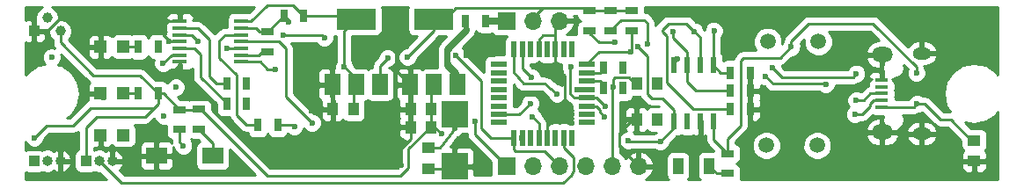
<source format=gbr>
G04 #@! TF.FileFunction,Copper,L1,Top,Signal*
%FSLAX46Y46*%
G04 Gerber Fmt 4.6, Leading zero omitted, Abs format (unit mm)*
G04 Created by KiCad (PCBNEW 4.0.7) date 01/21/18 20:33:26*
%MOMM*%
%LPD*%
G01*
G04 APERTURE LIST*
%ADD10C,0.100000*%
%ADD11R,1.250000X1.000000*%
%ADD12R,2.500000X2.550000*%
%ADD13R,1.000000X1.250000*%
%ADD14R,1.000000X1.600000*%
%ADD15R,1.300000X0.450000*%
%ADD16O,2.000000X1.450000*%
%ADD17O,1.800000X1.150000*%
%ADD18R,1.700000X1.700000*%
%ADD19O,1.700000X1.700000*%
%ADD20R,1.000000X1.000000*%
%ADD21O,1.000000X1.000000*%
%ADD22R,1.200000X1.200000*%
%ADD23C,1.000000*%
%ADD24R,1.300000X0.700000*%
%ADD25R,0.700000X1.300000*%
%ADD26R,2.000000X1.600000*%
%ADD27R,0.550000X1.600000*%
%ADD28R,1.600000X0.550000*%
%ADD29R,3.800000X2.000000*%
%ADD30R,1.500000X2.000000*%
%ADD31R,1.450000X0.450000*%
%ADD32R,0.600000X1.550000*%
%ADD33C,1.500000*%
%ADD34C,0.600000*%
%ADD35C,0.250000*%
%ADD36C,0.254000*%
G04 APERTURE END LIST*
D10*
D11*
X138500000Y-49250000D03*
X138500000Y-51250000D03*
D12*
X141000000Y-45975000D03*
X141000000Y-51025000D03*
D13*
X138750000Y-47250000D03*
X136750000Y-47250000D03*
D11*
X191000000Y-48500000D03*
X191000000Y-50500000D03*
D13*
X158500000Y-43000000D03*
X160500000Y-43000000D03*
X131250000Y-45500000D03*
X129250000Y-45500000D03*
X138750000Y-45500000D03*
X136750000Y-45500000D03*
X160500000Y-46500000D03*
X158500000Y-46500000D03*
D14*
X162500000Y-51000000D03*
X165500000Y-51000000D03*
D15*
X182100000Y-45300000D03*
X182100000Y-44650000D03*
X182100000Y-44000000D03*
X182100000Y-43350000D03*
X182100000Y-42700000D03*
D16*
X182150000Y-47725000D03*
X182150000Y-40275000D03*
D17*
X185950000Y-47875000D03*
X185950000Y-40125000D03*
D18*
X146000000Y-37000000D03*
D19*
X148540000Y-37000000D03*
X151080000Y-37000000D03*
D20*
X105500000Y-50500000D03*
D21*
X106770000Y-50500000D03*
X108040000Y-50500000D03*
D20*
X100500000Y-50500000D03*
D21*
X101770000Y-50500000D03*
X103040000Y-50500000D03*
D18*
X146000000Y-51000000D03*
D19*
X148540000Y-51000000D03*
X151080000Y-51000000D03*
X153620000Y-51000000D03*
X156160000Y-51000000D03*
X158700000Y-51000000D03*
D22*
X109100000Y-39500000D03*
X106900000Y-39500000D03*
X109100000Y-44000000D03*
X106900000Y-44000000D03*
D23*
X101770000Y-36730000D03*
X103040000Y-38000000D03*
D20*
X100500000Y-38000000D03*
D24*
X116357400Y-45532000D03*
X116357400Y-47432000D03*
D25*
X157200000Y-43500000D03*
X155300000Y-43500000D03*
X157200000Y-41500000D03*
X155300000Y-41500000D03*
X110550000Y-44000000D03*
X112450000Y-44000000D03*
D24*
X154000000Y-36050000D03*
X154000000Y-37950000D03*
D25*
X110550000Y-39500000D03*
X112450000Y-39500000D03*
X123950000Y-47000000D03*
X122050000Y-47000000D03*
D24*
X114500000Y-47450000D03*
X114500000Y-45550000D03*
D25*
X119050000Y-43000000D03*
X120950000Y-43000000D03*
X119050000Y-45000000D03*
X120950000Y-45000000D03*
X142050000Y-37000000D03*
X143950000Y-37000000D03*
D24*
X123000000Y-38050000D03*
X123000000Y-39950000D03*
D25*
X124550000Y-36500000D03*
X126450000Y-36500000D03*
X167550000Y-42000000D03*
X169450000Y-42000000D03*
X167550000Y-45500000D03*
X169450000Y-45500000D03*
X167550000Y-43750000D03*
X169450000Y-43750000D03*
D24*
X156000000Y-36050000D03*
X156000000Y-37950000D03*
X158000000Y-36050000D03*
X158000000Y-37950000D03*
X167250000Y-49800000D03*
X167250000Y-51700000D03*
D22*
X109100000Y-48000000D03*
X106900000Y-48000000D03*
D26*
X117700000Y-50000000D03*
X112300000Y-50000000D03*
D27*
X152300000Y-39750000D03*
X151500000Y-39750000D03*
X150700000Y-39750000D03*
X149900000Y-39750000D03*
X149100000Y-39750000D03*
X148300000Y-39750000D03*
X147500000Y-39750000D03*
X146700000Y-39750000D03*
D28*
X145250000Y-41200000D03*
X145250000Y-42000000D03*
X145250000Y-42800000D03*
X145250000Y-43600000D03*
X145250000Y-44400000D03*
X145250000Y-45200000D03*
X145250000Y-46000000D03*
X145250000Y-46800000D03*
D27*
X146700000Y-48250000D03*
X147500000Y-48250000D03*
X148300000Y-48250000D03*
X149100000Y-48250000D03*
X149900000Y-48250000D03*
X150700000Y-48250000D03*
X151500000Y-48250000D03*
X152300000Y-48250000D03*
D28*
X153750000Y-46800000D03*
X153750000Y-46000000D03*
X153750000Y-45200000D03*
X153750000Y-44400000D03*
X153750000Y-43600000D03*
X153750000Y-42800000D03*
X153750000Y-42000000D03*
X153750000Y-41200000D03*
D29*
X139000000Y-36850000D03*
D30*
X139000000Y-43150000D03*
X141300000Y-43150000D03*
X136700000Y-43150000D03*
D31*
X114550000Y-37050000D03*
X114550000Y-37700000D03*
X114550000Y-38350000D03*
X114550000Y-39000000D03*
X114550000Y-39650000D03*
X114550000Y-40300000D03*
X114550000Y-40950000D03*
X120450000Y-40950000D03*
X120450000Y-40300000D03*
X120450000Y-39650000D03*
X120450000Y-39000000D03*
X120450000Y-38350000D03*
X120450000Y-37700000D03*
X120450000Y-37050000D03*
D29*
X131500000Y-36850000D03*
D30*
X131500000Y-43150000D03*
X133800000Y-43150000D03*
X129200000Y-43150000D03*
D32*
X165905000Y-41300000D03*
X164635000Y-41300000D03*
X163365000Y-41300000D03*
X162095000Y-41300000D03*
X162095000Y-46700000D03*
X163365000Y-46700000D03*
X164635000Y-46700000D03*
X165905000Y-46700000D03*
D33*
X171000000Y-49000000D03*
X175880000Y-49000000D03*
X176000000Y-39000000D03*
X171120000Y-39000000D03*
D34*
X102209600Y-40518080D03*
X114162840Y-43390820D03*
X112989360Y-46156880D03*
X149900000Y-39750000D03*
X148300000Y-39750000D03*
X141023340Y-47320200D03*
X147482560Y-48326040D03*
X127162560Y-40065960D03*
X108122720Y-37246560D03*
X113888520Y-41833800D03*
X113461800Y-38968680D03*
X106900000Y-48000000D03*
X107248960Y-44358560D03*
X104200960Y-48646080D03*
X106923840Y-47995840D03*
X117911880Y-37459920D03*
X119085360Y-39639240D03*
X127193040Y-45643800D03*
X135453120Y-37876480D03*
X142074900Y-40347900D03*
X145120360Y-39926260D03*
X146824700Y-44173140D03*
X141000000Y-51025000D03*
X138358880Y-51226720D03*
X135839200Y-50942240D03*
X152237440Y-46857920D03*
X152278080Y-45994320D03*
X162427920Y-40645080D03*
X168445000Y-39350000D03*
X168904920Y-37017960D03*
X164652960Y-46725840D03*
X150500000Y-46250000D03*
X148500000Y-46250000D03*
X100550000Y-48250000D03*
X139720320Y-47868840D03*
X185430160Y-42006520D03*
X173390560Y-39522400D03*
X158000000Y-36050000D03*
X136450000Y-40500000D03*
X139000000Y-43150000D03*
X185500000Y-45000000D03*
X148351240Y-42418000D03*
X150835360Y-44013120D03*
X141300000Y-43150000D03*
X134538720Y-40579040D03*
X130378200Y-41422320D03*
X152808940Y-43594020D03*
X156270960Y-43357800D03*
X117700000Y-50000000D03*
X160492440Y-43007280D03*
X162500000Y-51000000D03*
X160472120Y-46273720D03*
X157175200Y-43342560D03*
X170931840Y-42367200D03*
X176702720Y-43119040D03*
X179650000Y-42090000D03*
X157246320Y-41468040D03*
X171602400Y-41534080D03*
X179628800Y-44637960D03*
X179500000Y-46000000D03*
X109146340Y-47983140D03*
X123741180Y-41673780D03*
X116314220Y-39004240D03*
X112933480Y-41071800D03*
X125559820Y-47150020D03*
X114879120Y-49011840D03*
X151500000Y-39750000D03*
X142920720Y-46715680D03*
X145250000Y-46800000D03*
X127264160Y-46817280D03*
X120985280Y-45069760D03*
X124480320Y-38404800D03*
X128440180Y-38641020D03*
X141122400Y-40309800D03*
X145250000Y-46000000D03*
X148254720Y-44958000D03*
X120944640Y-42976800D03*
X153620000Y-51000000D03*
X152300000Y-39750000D03*
X158658560Y-39502080D03*
X156385260Y-39075360D03*
X157688280Y-48508920D03*
X155440380Y-46222920D03*
X160782000Y-48615600D03*
X152171400Y-41452800D03*
X155529280Y-45278040D03*
X163372800Y-46725840D03*
X145250000Y-44400000D03*
X112455960Y-39486840D03*
X145250000Y-45200000D03*
X124998480Y-37091620D03*
X162001200Y-38039040D03*
X164073840Y-38023800D03*
X165948360Y-37947600D03*
X159539940Y-39263320D03*
X157901640Y-39974520D03*
D35*
X112961420Y-46156880D02*
X112989360Y-46156880D01*
X141053340Y-47290200D02*
X141053340Y-47239400D01*
X141023340Y-47320200D02*
X141053340Y-47290200D01*
X141000000Y-45975000D02*
X141053340Y-47239400D01*
X139553280Y-49250000D02*
X138500000Y-49250000D01*
X141053340Y-47239400D02*
X139553280Y-49250000D01*
X147500000Y-48308600D02*
X147482560Y-48326040D01*
X147500000Y-48308600D02*
X147500000Y-48250000D01*
X106900000Y-39500000D02*
X106900000Y-38469280D01*
X106900000Y-38469280D02*
X108122720Y-37246560D01*
X106900000Y-39500000D02*
X106900000Y-38584160D01*
X101801600Y-38000000D02*
X100500000Y-38000000D01*
X103875840Y-35925760D02*
X101801600Y-38000000D01*
X104241600Y-35925760D02*
X103875840Y-35925760D01*
X106900000Y-38584160D02*
X104241600Y-35925760D01*
X114550000Y-40950000D02*
X114550000Y-41172320D01*
X114550000Y-41172320D02*
X113888520Y-41833800D01*
X113461800Y-38968680D02*
X113492280Y-38938200D01*
X113492280Y-38938200D02*
X113554080Y-39000000D01*
X114550000Y-37050000D02*
X113231640Y-37050000D01*
X113554080Y-39000000D02*
X112882680Y-38328600D01*
X112882680Y-38328600D02*
X112882680Y-37398960D01*
X113554080Y-39000000D02*
X114550000Y-39000000D01*
X113231640Y-37050000D02*
X112882680Y-37398960D01*
X106919680Y-48000000D02*
X106900000Y-48000000D01*
X107248960Y-44358560D02*
X106900000Y-44009600D01*
X106900000Y-44009600D02*
X106900000Y-44000000D01*
X106919680Y-48000000D02*
X106923840Y-47995840D01*
X120450000Y-39650000D02*
X119096120Y-39650000D01*
X119096120Y-39650000D02*
X119085360Y-39639240D01*
X127336840Y-45500000D02*
X129250000Y-45500000D01*
X127193040Y-45643800D02*
X127336840Y-45500000D01*
X150500000Y-46250000D02*
X150500000Y-45697060D01*
X135351520Y-41801520D02*
X136700000Y-43150000D01*
X135351520Y-37978080D02*
X135351520Y-41801520D01*
X135453120Y-37876480D02*
X135351520Y-37978080D01*
X144698720Y-40347900D02*
X142074900Y-40347900D01*
X145120360Y-39926260D02*
X144698720Y-40347900D01*
X148976080Y-44173140D02*
X146824700Y-44173140D01*
X150500000Y-45697060D02*
X148976080Y-44173140D01*
X136750000Y-45500000D02*
X136750000Y-47250000D01*
X136700000Y-43150000D02*
X136700000Y-45450000D01*
X136700000Y-45450000D02*
X136750000Y-45500000D01*
X138500000Y-51250000D02*
X140775000Y-51250000D01*
X140775000Y-51250000D02*
X141000000Y-51025000D01*
X138358880Y-51226720D02*
X138382160Y-51250000D01*
X138382160Y-51250000D02*
X138500000Y-51250000D01*
X136750000Y-47250000D02*
X136750000Y-48385520D01*
X136750000Y-48385520D02*
X135839200Y-49296320D01*
X135839200Y-49296320D02*
X135839200Y-50942240D01*
X150500000Y-46250000D02*
X151629520Y-46250000D01*
X151629520Y-46250000D02*
X152237440Y-46857920D01*
X158500000Y-46500000D02*
X158142720Y-46500000D01*
X158142720Y-46500000D02*
X156870400Y-47772320D01*
X156870400Y-49170400D02*
X158700000Y-51000000D01*
X156870400Y-47772320D02*
X156870400Y-49170400D01*
X150700000Y-41439360D02*
X150700000Y-39750000D01*
X151566880Y-42306240D02*
X150700000Y-41439360D01*
X151566880Y-44968160D02*
X151566880Y-42306240D01*
X152278080Y-45994320D02*
X151566880Y-44968160D01*
X162095000Y-41300000D02*
X162095000Y-40978000D01*
X162095000Y-40978000D02*
X162427920Y-40645080D01*
X168904920Y-38890080D02*
X168904920Y-37017960D01*
X168445000Y-39350000D02*
X168904920Y-38890080D01*
X182100000Y-42700000D02*
X182100000Y-40325000D01*
X182100000Y-40325000D02*
X182150000Y-40275000D01*
X149100000Y-39750000D02*
X149100000Y-38776180D01*
X149471380Y-38404800D02*
X150700000Y-38404800D01*
X149100000Y-38776180D02*
X149471380Y-38404800D01*
X150700000Y-39750000D02*
X150700000Y-38404800D01*
X150700000Y-38404800D02*
X150700000Y-37380000D01*
X150700000Y-37380000D02*
X151080000Y-37000000D01*
X164652960Y-46725840D02*
X164635000Y-46707880D01*
X164635000Y-46707880D02*
X164635000Y-46700000D01*
X149900000Y-48250000D02*
X149900000Y-46850000D01*
X149900000Y-46850000D02*
X150500000Y-46250000D01*
X149100000Y-48250000D02*
X149100000Y-46850000D01*
X149100000Y-46850000D02*
X148500000Y-46250000D01*
X138750000Y-47250000D02*
X138601800Y-47250000D01*
X138601800Y-47250000D02*
X136550400Y-49301400D01*
X122948700Y-51930300D02*
X116550400Y-45532000D01*
X135788400Y-51930300D02*
X122948700Y-51930300D01*
X136550400Y-51168300D02*
X135788400Y-51930300D01*
X136550400Y-49301400D02*
X136550400Y-51168300D01*
X116550400Y-45532000D02*
X116357400Y-45532000D01*
X105976420Y-45374560D02*
X112039400Y-45374560D01*
X104244140Y-47106840D02*
X105976420Y-45374560D01*
X101693160Y-47106840D02*
X104244140Y-47106840D01*
X100550000Y-48250000D02*
X101693160Y-47106840D01*
X103040000Y-38000000D02*
X103040000Y-39085340D01*
X110723220Y-42273220D02*
X112450000Y-44000000D01*
X106227880Y-42273220D02*
X110723220Y-42273220D01*
X103040000Y-39085340D02*
X106227880Y-42273220D01*
X138750000Y-47250000D02*
X139101480Y-47250000D01*
X139101480Y-47250000D02*
X139720320Y-47868840D01*
X165905000Y-46700000D02*
X165905000Y-48455000D01*
X165905000Y-48455000D02*
X167250000Y-49800000D01*
X114500000Y-45550000D02*
X116339400Y-45550000D01*
X116339400Y-45550000D02*
X116357400Y-45532000D01*
X112450000Y-44000000D02*
X112950000Y-44000000D01*
X112950000Y-44000000D02*
X114500000Y-45550000D01*
X105500000Y-50500000D02*
X105500000Y-47273040D01*
X111173260Y-46240700D02*
X112039400Y-45374560D01*
X106532340Y-46240700D02*
X111173260Y-46240700D01*
X105500000Y-47273040D02*
X106532340Y-46240700D01*
X112039400Y-45374560D02*
X112450000Y-44963960D01*
X112450000Y-44963960D02*
X112450000Y-44000000D01*
X139000000Y-36850000D02*
X140035600Y-36850000D01*
X140035600Y-36850000D02*
X141102080Y-35783520D01*
X149616160Y-35783520D02*
X149616160Y-35742880D01*
X141102080Y-35783520D02*
X149616160Y-35783520D01*
X148540000Y-37000000D02*
X148540000Y-36676800D01*
X148540000Y-36676800D02*
X149473920Y-35742880D01*
X149473920Y-35742880D02*
X149616160Y-35742880D01*
X149616160Y-35742880D02*
X153692880Y-35742880D01*
X153692880Y-35742880D02*
X154000000Y-36050000D01*
X148540000Y-51000000D02*
X148491600Y-51000000D01*
X138718640Y-47250000D02*
X138750000Y-47250000D01*
X173390560Y-39522400D02*
X173390560Y-38933120D01*
X185430160Y-41422320D02*
X185430160Y-42006520D01*
X181254400Y-37246560D02*
X185430160Y-41422320D01*
X175077120Y-37246560D02*
X181254400Y-37246560D01*
X173390560Y-38933120D02*
X175077120Y-37246560D01*
X167250000Y-49800000D02*
X167250000Y-48345200D01*
X172344080Y-40568880D02*
X173390560Y-39522400D01*
X168813480Y-40568880D02*
X172344080Y-40568880D01*
X168523920Y-40858440D02*
X168813480Y-40568880D01*
X168523920Y-47071280D02*
X168523920Y-40858440D01*
X167250000Y-48345200D02*
X168523920Y-47071280D01*
X156000000Y-36050000D02*
X158000000Y-36050000D01*
X154000000Y-36050000D02*
X155318240Y-36050000D01*
X155318240Y-36050000D02*
X156000000Y-36050000D01*
X139000000Y-37950000D02*
X139000000Y-36850000D01*
X136450000Y-40500000D02*
X139000000Y-37950000D01*
X138750000Y-43400000D02*
X139000000Y-43150000D01*
X138750000Y-45500000D02*
X138750000Y-43400000D01*
X138750000Y-45500000D02*
X138750000Y-47250000D01*
X191000000Y-48500000D02*
X190750000Y-48500000D01*
X190750000Y-48500000D02*
X188750000Y-46500000D01*
X188750000Y-46500000D02*
X187750000Y-46500000D01*
X187750000Y-46500000D02*
X186250000Y-45000000D01*
X186250000Y-45000000D02*
X185500000Y-45000000D01*
X182100000Y-45300000D02*
X185200000Y-45300000D01*
X185200000Y-45300000D02*
X185500000Y-45000000D01*
X147500000Y-41566760D02*
X147500000Y-39750000D01*
X148351240Y-42418000D02*
X147500000Y-41566760D01*
X146700000Y-41947860D02*
X146700000Y-39750000D01*
X147574000Y-43078400D02*
X146700000Y-41947860D01*
X149669500Y-43078400D02*
X147574000Y-43078400D01*
X150835360Y-44013120D02*
X149669500Y-43078400D01*
X140065760Y-41351200D02*
X140266420Y-41351200D01*
X141038580Y-42123360D02*
X141038580Y-42136060D01*
X140266420Y-41351200D02*
X141038580Y-42123360D01*
X140065760Y-41351200D02*
X140065760Y-41351200D01*
X140065760Y-41351200D02*
X141300000Y-42585440D01*
X142050000Y-37000000D02*
X142050000Y-37538160D01*
X142050000Y-37538160D02*
X141955520Y-37632640D01*
X141955520Y-37632640D02*
X141955520Y-37774880D01*
X141955520Y-37774880D02*
X140065760Y-39664640D01*
X140065760Y-39664640D02*
X140065760Y-41351200D01*
X141300000Y-42585440D02*
X141300000Y-43150000D01*
X142050000Y-37000000D02*
X142050000Y-37462960D01*
X142050000Y-37462960D02*
X142280640Y-37693600D01*
X141300000Y-41955520D02*
X141300000Y-43150000D01*
X140390880Y-41046400D02*
X141300000Y-41955520D01*
X140390880Y-39867840D02*
X140390880Y-41046400D01*
X142280640Y-37978080D02*
X140390880Y-39867840D01*
X142280640Y-37693600D02*
X142280640Y-37978080D01*
X141300000Y-43150000D02*
X141300000Y-42219680D01*
X141300000Y-42219680D02*
X140248640Y-41168320D01*
X140248640Y-41168320D02*
X140248640Y-39745920D01*
X140248640Y-39745920D02*
X142050000Y-37944560D01*
X142050000Y-37944560D02*
X142050000Y-37000000D01*
X133800000Y-43150000D02*
X133800000Y-41317760D01*
X133800000Y-41317760D02*
X134538720Y-40579040D01*
X120450000Y-37050000D02*
X121405360Y-37050000D01*
X125464280Y-35514280D02*
X126450000Y-36500000D01*
X122941080Y-35514280D02*
X125464280Y-35514280D01*
X121405360Y-37050000D02*
X122941080Y-35514280D01*
X126450000Y-36500000D02*
X131150000Y-36500000D01*
X131150000Y-36500000D02*
X131500000Y-36850000D01*
X130378200Y-41422320D02*
X130378200Y-37971800D01*
X130378200Y-37971800D02*
X131500000Y-36850000D01*
X131500000Y-43150000D02*
X131500000Y-42544120D01*
X131500000Y-42544120D02*
X130378200Y-41422320D01*
X131250000Y-45500000D02*
X131250000Y-43400000D01*
X131250000Y-43400000D02*
X131500000Y-43150000D01*
X158500000Y-43000000D02*
X158295680Y-43000000D01*
X158295680Y-43000000D02*
X157782260Y-42486580D01*
X157782260Y-42486580D02*
X156430980Y-42486580D01*
X156430980Y-42486580D02*
X156270960Y-42646600D01*
X156270960Y-42646600D02*
X156270960Y-43357800D01*
X156160000Y-51000000D02*
X156160000Y-43468760D01*
X153086700Y-43531420D02*
X153750000Y-43600000D01*
X152808940Y-43594020D02*
X153086700Y-43531420D01*
X156160000Y-43468760D02*
X156270960Y-43357800D01*
X116357400Y-47432000D02*
X117700000Y-48774600D01*
X117700000Y-50000000D02*
X117700000Y-48774600D01*
X160492440Y-43007280D02*
X160499720Y-43000000D01*
X160499720Y-43000000D02*
X160500000Y-43000000D01*
X160472120Y-46273720D02*
X160500000Y-46301600D01*
X160500000Y-46301600D02*
X160500000Y-46500000D01*
X157175200Y-43342560D02*
X157200000Y-43367360D01*
X171622720Y-43058080D02*
X170931840Y-42367200D01*
X176641760Y-43058080D02*
X171622720Y-43058080D01*
X176702720Y-43119040D02*
X176641760Y-43058080D01*
X157200000Y-43367360D02*
X157200000Y-43500000D01*
X157214360Y-41500000D02*
X157246320Y-41468040D01*
X172476160Y-42407840D02*
X171602400Y-41534080D01*
X179332160Y-42407840D02*
X172476160Y-42407840D01*
X179332160Y-42407840D02*
X179650000Y-42090000D01*
X157214360Y-41500000D02*
X157200000Y-41500000D01*
X157125880Y-41500000D02*
X157200000Y-41500000D01*
X182100000Y-44000000D02*
X181010980Y-44000000D01*
X180373020Y-44637960D02*
X179628800Y-44637960D01*
X181010980Y-44000000D02*
X180373020Y-44637960D01*
X182100000Y-44650000D02*
X181350000Y-44650000D01*
X180250000Y-46000000D02*
X179500000Y-46000000D01*
X181000000Y-45250000D02*
X180250000Y-46000000D01*
X181000000Y-45000000D02*
X181000000Y-45250000D01*
X181350000Y-44650000D02*
X181000000Y-45000000D01*
X167250000Y-51700000D02*
X166200000Y-51700000D01*
X166200000Y-51700000D02*
X165500000Y-51000000D01*
X109146340Y-47983140D02*
X109129480Y-48000000D01*
X109129480Y-48000000D02*
X109100000Y-48000000D01*
X120450000Y-40950000D02*
X122285880Y-40950000D01*
X123009660Y-41673780D02*
X123741180Y-41673780D01*
X122285880Y-40950000D02*
X123009660Y-41673780D01*
X115659980Y-38350000D02*
X114550000Y-38350000D01*
X116314220Y-39004240D02*
X115659980Y-38350000D01*
X114550000Y-40300000D02*
X113705280Y-40300000D01*
X113705280Y-40300000D02*
X112933480Y-41071800D01*
X123950000Y-47000000D02*
X125409800Y-47000000D01*
X125409800Y-47000000D02*
X125559820Y-47150020D01*
X114500000Y-47450000D02*
X114500000Y-48632720D01*
X114500000Y-48632720D02*
X114879120Y-49011840D01*
X143950000Y-37000000D02*
X144175300Y-37000000D01*
X144175300Y-37000000D02*
X144338040Y-37162740D01*
X144338040Y-37162740D02*
X145837260Y-37162740D01*
X145837260Y-37162740D02*
X146000000Y-37000000D01*
X143950000Y-37000000D02*
X143997860Y-37000000D01*
X143997860Y-37000000D02*
X144223740Y-36774120D01*
X144223740Y-36774120D02*
X145774120Y-36774120D01*
X145774120Y-36774120D02*
X146000000Y-37000000D01*
X143950000Y-37000000D02*
X146000000Y-37000000D01*
X151500000Y-48250000D02*
X151500000Y-49209120D01*
X108908960Y-52638960D02*
X106770000Y-50500000D01*
X151455120Y-52638960D02*
X108908960Y-52638960D01*
X152247600Y-51846480D02*
X151455120Y-52638960D01*
X152247600Y-51663600D02*
X152247600Y-51846480D01*
X152400000Y-51511200D02*
X152247600Y-51663600D01*
X152400000Y-50109120D02*
X152400000Y-51511200D01*
X151500000Y-49209120D02*
X152400000Y-50109120D01*
X146000000Y-51000000D02*
X145975680Y-51000000D01*
X145975680Y-51000000D02*
X142920720Y-47945040D01*
X142920720Y-47945040D02*
X142920720Y-46715680D01*
X120450000Y-39000000D02*
X124039200Y-39000000D01*
X124724160Y-39684960D02*
X124039200Y-39000000D01*
X124724160Y-44277280D02*
X124724160Y-39684960D01*
X127264160Y-46817280D02*
X124724160Y-44277280D01*
X146700000Y-48250000D02*
X146700000Y-49407840D01*
X149640480Y-49560480D02*
X151080000Y-51000000D01*
X146852640Y-49560480D02*
X149640480Y-49560480D01*
X146700000Y-49407840D02*
X146852640Y-49560480D01*
X146700000Y-48250000D02*
X144465200Y-48250000D01*
X120985280Y-45069760D02*
X120950000Y-45034480D01*
X128203960Y-38404800D02*
X124480320Y-38404800D01*
X128440180Y-38641020D02*
X128203960Y-38404800D01*
X143560800Y-42748200D02*
X141122400Y-40309800D01*
X143560800Y-47345600D02*
X143560800Y-42748200D01*
X144465200Y-48250000D02*
X143560800Y-47345600D01*
X120950000Y-45034480D02*
X120950000Y-45000000D01*
X148254720Y-44958000D02*
X147212720Y-46000000D01*
X147212720Y-46000000D02*
X145250000Y-46000000D01*
X120944640Y-42976800D02*
X120950000Y-42982160D01*
X120950000Y-42982160D02*
X120950000Y-43000000D01*
X120906880Y-43000000D02*
X120950000Y-43000000D01*
X109100000Y-39500000D02*
X110550000Y-39500000D01*
X109100000Y-44000000D02*
X110550000Y-44000000D01*
X155300000Y-43500000D02*
X155300000Y-43092960D01*
X155300000Y-43092960D02*
X155007040Y-42800000D01*
X155007040Y-42800000D02*
X153750000Y-42800000D01*
X155300000Y-41500000D02*
X155300000Y-41641440D01*
X155300000Y-41641440D02*
X154941440Y-42000000D01*
X154941440Y-42000000D02*
X153750000Y-42000000D01*
X162095000Y-46700000D02*
X162095000Y-45600440D01*
X159532320Y-40375840D02*
X158658560Y-39502080D01*
X159532320Y-44053760D02*
X159532320Y-40375840D01*
X159938720Y-44460160D02*
X159532320Y-44053760D01*
X160954720Y-44460160D02*
X159938720Y-44460160D01*
X162095000Y-45600440D02*
X160954720Y-44460160D01*
X154000000Y-37950000D02*
X154000000Y-38206480D01*
X154000000Y-38206480D02*
X154868880Y-39075360D01*
X154868880Y-39075360D02*
X156385260Y-39075360D01*
X153750000Y-45200000D02*
X154615580Y-45200000D01*
X157794960Y-48615600D02*
X160782000Y-48615600D01*
X157688280Y-48508920D02*
X157794960Y-48615600D01*
X154952700Y-45735240D02*
X155440380Y-46222920D01*
X154952700Y-45537120D02*
X154952700Y-45735240D01*
X154615580Y-45200000D02*
X154952700Y-45537120D01*
X162095000Y-46700000D02*
X162095000Y-47302600D01*
X162095000Y-47302600D02*
X160782000Y-48615600D01*
X153750000Y-44400000D02*
X152517640Y-44400000D01*
X152133300Y-41490900D02*
X152171400Y-41452800D01*
X152133300Y-44015660D02*
X152133300Y-41490900D01*
X152517640Y-44400000D02*
X152133300Y-44015660D01*
X153750000Y-44400000D02*
X154651240Y-44400000D01*
X154651240Y-44400000D02*
X155529280Y-45278040D01*
X163372800Y-46725840D02*
X163365000Y-46718040D01*
X163365000Y-46718040D02*
X163365000Y-46700000D01*
X112450000Y-39492800D02*
X112455960Y-39486840D01*
X112450000Y-39492800D02*
X112450000Y-39500000D01*
X122050000Y-47000000D02*
X120924160Y-47000000D01*
X118906480Y-38350000D02*
X120450000Y-38350000D01*
X118343680Y-38912800D02*
X118906480Y-38350000D01*
X118343680Y-40558720D02*
X118343680Y-38912800D01*
X120009920Y-42224960D02*
X118343680Y-40558720D01*
X120009920Y-46085760D02*
X120009920Y-42224960D01*
X120924160Y-47000000D02*
X120009920Y-46085760D01*
X119050000Y-43000000D02*
X118041760Y-43000000D01*
X116297760Y-37700000D02*
X114550000Y-37700000D01*
X117429280Y-38831520D02*
X116297760Y-37700000D01*
X117429280Y-42387520D02*
X117429280Y-38831520D01*
X118041760Y-43000000D02*
X117429280Y-42387520D01*
X119050000Y-45000000D02*
X119050000Y-44942960D01*
X119050000Y-44942960D02*
X116514880Y-42407840D01*
X116514880Y-42407840D02*
X116514880Y-40233600D01*
X116514880Y-40233600D02*
X115931280Y-39650000D01*
X115931280Y-39650000D02*
X114550000Y-39650000D01*
X124998480Y-37091620D02*
X124998480Y-36948480D01*
X124998480Y-36948480D02*
X124550000Y-36500000D01*
X123000000Y-38050000D02*
X124550000Y-36500000D01*
X123000000Y-38050000D02*
X122195120Y-38050000D01*
X121845120Y-37700000D02*
X120450000Y-37700000D01*
X122195120Y-38050000D02*
X121845120Y-37700000D01*
X124550000Y-36643140D02*
X124998480Y-37091620D01*
X124550000Y-36643140D02*
X124550000Y-36500000D01*
X123000000Y-39950000D02*
X122488080Y-39950000D01*
X122488080Y-39950000D02*
X122138080Y-40300000D01*
X122138080Y-40300000D02*
X120450000Y-40300000D01*
X163365000Y-41300000D02*
X163365000Y-40027680D01*
X162001200Y-38663880D02*
X162001200Y-38039040D01*
X163365000Y-40027680D02*
X162001200Y-38663880D01*
X167550000Y-43750000D02*
X164237440Y-43750000D01*
X163365000Y-42877560D02*
X163365000Y-41300000D01*
X164237440Y-43750000D02*
X163365000Y-42877560D01*
X167550000Y-45500000D02*
X163924960Y-45500000D01*
X163296600Y-37246560D02*
X164073840Y-38023800D01*
X161544000Y-37246560D02*
X163296600Y-37246560D01*
X160954720Y-37835840D02*
X161544000Y-37246560D01*
X160954720Y-38018720D02*
X160954720Y-37835840D01*
X161401760Y-38465760D02*
X160954720Y-38018720D01*
X161401760Y-42976800D02*
X161401760Y-38465760D01*
X163924960Y-45500000D02*
X161401760Y-42976800D01*
X164635000Y-41300000D02*
X164635000Y-38584960D01*
X164635000Y-38584960D02*
X164073840Y-38023800D01*
X164606840Y-41300000D02*
X164635000Y-41300000D01*
X165905000Y-41300000D02*
X165905000Y-37990960D01*
X165905000Y-37990960D02*
X165948360Y-37947600D01*
X167550000Y-42000000D02*
X166605000Y-42000000D01*
X166605000Y-42000000D02*
X165905000Y-41300000D01*
X156000000Y-37950000D02*
X156000000Y-37913760D01*
X156000000Y-37913760D02*
X156992320Y-36921440D01*
X156992320Y-36921440D02*
X159227520Y-36921440D01*
X159227520Y-36921440D02*
X159539940Y-37233860D01*
X159539940Y-37233860D02*
X159539940Y-39263320D01*
X157901640Y-39974520D02*
X157894020Y-39982140D01*
X157894020Y-39982140D02*
X157805120Y-39982140D01*
X153750000Y-41200000D02*
X153750000Y-41088320D01*
X153750000Y-41088320D02*
X154856180Y-39982140D01*
X154856180Y-39982140D02*
X157805120Y-39982140D01*
X157805120Y-39982140D02*
X158000000Y-39787260D01*
X158000000Y-39787260D02*
X158000000Y-37950000D01*
D36*
G36*
X164762000Y-46573000D02*
X164782000Y-46573000D01*
X164782000Y-46827000D01*
X164762000Y-46827000D01*
X164762000Y-47951250D01*
X164920750Y-48110000D01*
X165061310Y-48110000D01*
X165145000Y-48075334D01*
X165145000Y-48455000D01*
X165202852Y-48745839D01*
X165367599Y-48992401D01*
X165927758Y-49552560D01*
X165000000Y-49552560D01*
X164764683Y-49596838D01*
X164548559Y-49735910D01*
X164403569Y-49948110D01*
X164352560Y-50200000D01*
X164352560Y-51800000D01*
X164396838Y-52035317D01*
X164535910Y-52251441D01*
X164592343Y-52290000D01*
X163411176Y-52290000D01*
X163451441Y-52264090D01*
X163596431Y-52051890D01*
X163647440Y-51800000D01*
X163647440Y-50200000D01*
X163603162Y-49964683D01*
X163464090Y-49748559D01*
X163251890Y-49603569D01*
X163000000Y-49552560D01*
X162000000Y-49552560D01*
X161764683Y-49596838D01*
X161548559Y-49735910D01*
X161403569Y-49948110D01*
X161352560Y-50200000D01*
X161352560Y-51800000D01*
X161396838Y-52035317D01*
X161535910Y-52251441D01*
X161592343Y-52290000D01*
X159422608Y-52290000D01*
X159466924Y-52271645D01*
X159895183Y-51881358D01*
X160141486Y-51356892D01*
X160020819Y-51127000D01*
X158827000Y-51127000D01*
X158827000Y-51147000D01*
X158573000Y-51147000D01*
X158573000Y-51127000D01*
X158553000Y-51127000D01*
X158553000Y-50873000D01*
X158573000Y-50873000D01*
X158573000Y-49679845D01*
X158827000Y-49679845D01*
X158827000Y-50873000D01*
X160020819Y-50873000D01*
X160141486Y-50643108D01*
X159895183Y-50118642D01*
X159466924Y-49728355D01*
X159056890Y-49558524D01*
X158827000Y-49679845D01*
X158573000Y-49679845D01*
X158343110Y-49558524D01*
X157933076Y-49728355D01*
X157504817Y-50118642D01*
X157437702Y-50261553D01*
X157210054Y-49920853D01*
X156920000Y-49727046D01*
X156920000Y-49062743D01*
X157157953Y-49301112D01*
X157501481Y-49443758D01*
X157873447Y-49444082D01*
X158039187Y-49375600D01*
X160219537Y-49375600D01*
X160251673Y-49407792D01*
X160595201Y-49550438D01*
X160967167Y-49550762D01*
X161310943Y-49408717D01*
X161574192Y-49145927D01*
X161716838Y-48802399D01*
X161716879Y-48755523D01*
X162349962Y-48122440D01*
X162395000Y-48122440D01*
X162630317Y-48078162D01*
X162729528Y-48014322D01*
X162813110Y-48071431D01*
X163065000Y-48122440D01*
X163665000Y-48122440D01*
X163900317Y-48078162D01*
X163990980Y-48019822D01*
X164208690Y-48110000D01*
X164349250Y-48110000D01*
X164508000Y-47951250D01*
X164508000Y-46827000D01*
X164488000Y-46827000D01*
X164488000Y-46573000D01*
X164508000Y-46573000D01*
X164508000Y-46553000D01*
X164762000Y-46553000D01*
X164762000Y-46573000D01*
X164762000Y-46573000D01*
G37*
X164762000Y-46573000D02*
X164782000Y-46573000D01*
X164782000Y-46827000D01*
X164762000Y-46827000D01*
X164762000Y-47951250D01*
X164920750Y-48110000D01*
X165061310Y-48110000D01*
X165145000Y-48075334D01*
X165145000Y-48455000D01*
X165202852Y-48745839D01*
X165367599Y-48992401D01*
X165927758Y-49552560D01*
X165000000Y-49552560D01*
X164764683Y-49596838D01*
X164548559Y-49735910D01*
X164403569Y-49948110D01*
X164352560Y-50200000D01*
X164352560Y-51800000D01*
X164396838Y-52035317D01*
X164535910Y-52251441D01*
X164592343Y-52290000D01*
X163411176Y-52290000D01*
X163451441Y-52264090D01*
X163596431Y-52051890D01*
X163647440Y-51800000D01*
X163647440Y-50200000D01*
X163603162Y-49964683D01*
X163464090Y-49748559D01*
X163251890Y-49603569D01*
X163000000Y-49552560D01*
X162000000Y-49552560D01*
X161764683Y-49596838D01*
X161548559Y-49735910D01*
X161403569Y-49948110D01*
X161352560Y-50200000D01*
X161352560Y-51800000D01*
X161396838Y-52035317D01*
X161535910Y-52251441D01*
X161592343Y-52290000D01*
X159422608Y-52290000D01*
X159466924Y-52271645D01*
X159895183Y-51881358D01*
X160141486Y-51356892D01*
X160020819Y-51127000D01*
X158827000Y-51127000D01*
X158827000Y-51147000D01*
X158573000Y-51147000D01*
X158573000Y-51127000D01*
X158553000Y-51127000D01*
X158553000Y-50873000D01*
X158573000Y-50873000D01*
X158573000Y-49679845D01*
X158827000Y-49679845D01*
X158827000Y-50873000D01*
X160020819Y-50873000D01*
X160141486Y-50643108D01*
X159895183Y-50118642D01*
X159466924Y-49728355D01*
X159056890Y-49558524D01*
X158827000Y-49679845D01*
X158573000Y-49679845D01*
X158343110Y-49558524D01*
X157933076Y-49728355D01*
X157504817Y-50118642D01*
X157437702Y-50261553D01*
X157210054Y-49920853D01*
X156920000Y-49727046D01*
X156920000Y-49062743D01*
X157157953Y-49301112D01*
X157501481Y-49443758D01*
X157873447Y-49444082D01*
X158039187Y-49375600D01*
X160219537Y-49375600D01*
X160251673Y-49407792D01*
X160595201Y-49550438D01*
X160967167Y-49550762D01*
X161310943Y-49408717D01*
X161574192Y-49145927D01*
X161716838Y-48802399D01*
X161716879Y-48755523D01*
X162349962Y-48122440D01*
X162395000Y-48122440D01*
X162630317Y-48078162D01*
X162729528Y-48014322D01*
X162813110Y-48071431D01*
X163065000Y-48122440D01*
X163665000Y-48122440D01*
X163900317Y-48078162D01*
X163990980Y-48019822D01*
X164208690Y-48110000D01*
X164349250Y-48110000D01*
X164508000Y-47951250D01*
X164508000Y-46827000D01*
X164488000Y-46827000D01*
X164488000Y-46573000D01*
X164508000Y-46573000D01*
X164508000Y-46553000D01*
X164762000Y-46553000D01*
X164762000Y-46573000D01*
G36*
X181848038Y-38915000D02*
X181748000Y-38915000D01*
X181237218Y-39067125D01*
X180823533Y-39403138D01*
X180569924Y-39871884D01*
X180557481Y-39937742D01*
X180680482Y-40148000D01*
X182023000Y-40148000D01*
X182023000Y-40128000D01*
X182277000Y-40128000D01*
X182277000Y-40148000D01*
X182297000Y-40148000D01*
X182297000Y-40402000D01*
X182277000Y-40402000D01*
X182277000Y-41033936D01*
X182243785Y-41083646D01*
X182165000Y-41479723D01*
X182165000Y-41520277D01*
X182243785Y-41916354D01*
X182270065Y-41955685D01*
X182227000Y-41998750D01*
X182227000Y-42477560D01*
X181973000Y-42477560D01*
X181973000Y-41998750D01*
X181814250Y-41840000D01*
X181323690Y-41840000D01*
X181090301Y-41936673D01*
X180911673Y-42115302D01*
X180815000Y-42348691D01*
X180815000Y-42428750D01*
X180973750Y-42587500D01*
X181112641Y-42587500D01*
X180998559Y-42660910D01*
X180853569Y-42873110D01*
X180838442Y-42947808D01*
X180815000Y-42971250D01*
X180815000Y-43051309D01*
X180816668Y-43055335D01*
X180802560Y-43125000D01*
X180802560Y-43281458D01*
X180720141Y-43297852D01*
X180473579Y-43462599D01*
X180110572Y-43825606D01*
X179815599Y-43703122D01*
X179443633Y-43702798D01*
X179099857Y-43844843D01*
X178836608Y-44107633D01*
X178693962Y-44451161D01*
X178693638Y-44823127D01*
X178835683Y-45166903D01*
X178923242Y-45254615D01*
X178707808Y-45469673D01*
X178565162Y-45813201D01*
X178564838Y-46185167D01*
X178706883Y-46528943D01*
X178969673Y-46792192D01*
X179313201Y-46934838D01*
X179685167Y-46935162D01*
X180028943Y-46793117D01*
X180062118Y-46760000D01*
X180250000Y-46760000D01*
X180540839Y-46702148D01*
X180787401Y-46537401D01*
X181202485Y-46122317D01*
X181450000Y-46172440D01*
X182226123Y-46172440D01*
X182165000Y-46479723D01*
X182165000Y-46520277D01*
X182243785Y-46916354D01*
X182277000Y-46966064D01*
X182277000Y-47598000D01*
X183619518Y-47598000D01*
X183640974Y-47561323D01*
X184456365Y-47561323D01*
X184581450Y-47748000D01*
X185823000Y-47748000D01*
X185823000Y-46665000D01*
X186077000Y-46665000D01*
X186077000Y-47748000D01*
X187318550Y-47748000D01*
X187443635Y-47561323D01*
X187441495Y-47529286D01*
X187220402Y-47109204D01*
X186855380Y-46805707D01*
X186402000Y-46665000D01*
X186077000Y-46665000D01*
X185823000Y-46665000D01*
X185498000Y-46665000D01*
X185044620Y-46805707D01*
X184679598Y-47109204D01*
X184458505Y-47529286D01*
X184456365Y-47561323D01*
X183640974Y-47561323D01*
X183742519Y-47387742D01*
X183740993Y-47379663D01*
X183931856Y-47252133D01*
X184156215Y-46916354D01*
X184235000Y-46520277D01*
X184235000Y-46479723D01*
X184156215Y-46083646D01*
X184140415Y-46060000D01*
X185200000Y-46060000D01*
X185490839Y-46002148D01*
X185591213Y-45935080D01*
X185685167Y-45935162D01*
X185986041Y-45810843D01*
X187212599Y-47037401D01*
X187459160Y-47202148D01*
X187750000Y-47260000D01*
X188435198Y-47260000D01*
X189727560Y-48552362D01*
X189727560Y-49000000D01*
X189771838Y-49235317D01*
X189910910Y-49451441D01*
X189979006Y-49497969D01*
X189836673Y-49640302D01*
X189740000Y-49873691D01*
X189740000Y-50214250D01*
X189898750Y-50373000D01*
X190873000Y-50373000D01*
X190873000Y-50353000D01*
X191127000Y-50353000D01*
X191127000Y-50373000D01*
X192101250Y-50373000D01*
X192260000Y-50214250D01*
X192260000Y-49873691D01*
X192163327Y-49640302D01*
X192022090Y-49499064D01*
X192076441Y-49464090D01*
X192221431Y-49251890D01*
X192272440Y-49000000D01*
X192272440Y-48000000D01*
X192228162Y-47764683D01*
X192089090Y-47548559D01*
X191876890Y-47403569D01*
X191625000Y-47352560D01*
X190677362Y-47352560D01*
X190089825Y-46765023D01*
X191000000Y-46946068D01*
X192127411Y-46721812D01*
X193083185Y-46083185D01*
X193290000Y-45773664D01*
X193290000Y-52290000D01*
X168498839Y-52290000D01*
X168547440Y-52050000D01*
X168547440Y-51350000D01*
X168503162Y-51114683D01*
X168364090Y-50898559D01*
X168198989Y-50785750D01*
X189740000Y-50785750D01*
X189740000Y-51126309D01*
X189836673Y-51359698D01*
X190015301Y-51538327D01*
X190248690Y-51635000D01*
X190714250Y-51635000D01*
X190873000Y-51476250D01*
X190873000Y-50627000D01*
X191127000Y-50627000D01*
X191127000Y-51476250D01*
X191285750Y-51635000D01*
X191751310Y-51635000D01*
X191984699Y-51538327D01*
X192163327Y-51359698D01*
X192260000Y-51126309D01*
X192260000Y-50785750D01*
X192101250Y-50627000D01*
X191127000Y-50627000D01*
X190873000Y-50627000D01*
X189898750Y-50627000D01*
X189740000Y-50785750D01*
X168198989Y-50785750D01*
X168151890Y-50753569D01*
X168138803Y-50750919D01*
X168351441Y-50614090D01*
X168496431Y-50401890D01*
X168547440Y-50150000D01*
X168547440Y-49450000D01*
X168514377Y-49274285D01*
X169614760Y-49274285D01*
X169825169Y-49783515D01*
X170214436Y-50173461D01*
X170723298Y-50384759D01*
X171274285Y-50385240D01*
X171783515Y-50174831D01*
X172173461Y-49785564D01*
X172384759Y-49276702D01*
X172384761Y-49274285D01*
X174494760Y-49274285D01*
X174705169Y-49783515D01*
X175094436Y-50173461D01*
X175603298Y-50384759D01*
X176154285Y-50385240D01*
X176663515Y-50174831D01*
X177053461Y-49785564D01*
X177264759Y-49276702D01*
X177265240Y-48725715D01*
X177054831Y-48216485D01*
X176900873Y-48062258D01*
X180557481Y-48062258D01*
X180569924Y-48128116D01*
X180823533Y-48596862D01*
X181237218Y-48932875D01*
X181748000Y-49085000D01*
X182023000Y-49085000D01*
X182023000Y-47852000D01*
X182277000Y-47852000D01*
X182277000Y-49085000D01*
X182552000Y-49085000D01*
X183062782Y-48932875D01*
X183476467Y-48596862D01*
X183697310Y-48188677D01*
X184456365Y-48188677D01*
X184458505Y-48220714D01*
X184679598Y-48640796D01*
X185044620Y-48944293D01*
X185498000Y-49085000D01*
X185823000Y-49085000D01*
X185823000Y-48002000D01*
X186077000Y-48002000D01*
X186077000Y-49085000D01*
X186402000Y-49085000D01*
X186855380Y-48944293D01*
X187220402Y-48640796D01*
X187441495Y-48220714D01*
X187443635Y-48188677D01*
X187318550Y-48002000D01*
X186077000Y-48002000D01*
X185823000Y-48002000D01*
X184581450Y-48002000D01*
X184456365Y-48188677D01*
X183697310Y-48188677D01*
X183730076Y-48128116D01*
X183742519Y-48062258D01*
X183619518Y-47852000D01*
X182277000Y-47852000D01*
X182023000Y-47852000D01*
X180680482Y-47852000D01*
X180557481Y-48062258D01*
X176900873Y-48062258D01*
X176665564Y-47826539D01*
X176156702Y-47615241D01*
X175605715Y-47614760D01*
X175096485Y-47825169D01*
X174706539Y-48214436D01*
X174495241Y-48723298D01*
X174494760Y-49274285D01*
X172384761Y-49274285D01*
X172385240Y-48725715D01*
X172174831Y-48216485D01*
X171785564Y-47826539D01*
X171276702Y-47615241D01*
X170725715Y-47614760D01*
X170216485Y-47825169D01*
X169826539Y-48214436D01*
X169615241Y-48723298D01*
X169614760Y-49274285D01*
X168514377Y-49274285D01*
X168503162Y-49214683D01*
X168364090Y-48998559D01*
X168151890Y-48853569D01*
X168010000Y-48824836D01*
X168010000Y-48660002D01*
X169061321Y-47608681D01*
X169208947Y-47387742D01*
X180557481Y-47387742D01*
X180680482Y-47598000D01*
X182023000Y-47598000D01*
X182023000Y-46365000D01*
X181748000Y-46365000D01*
X181237218Y-46517125D01*
X180823533Y-46853138D01*
X180569924Y-47321884D01*
X180557481Y-47387742D01*
X169208947Y-47387742D01*
X169226068Y-47362119D01*
X169283920Y-47071280D01*
X169283920Y-46665330D01*
X169323000Y-46626250D01*
X169323000Y-45627000D01*
X169577000Y-45627000D01*
X169577000Y-46626250D01*
X169735750Y-46785000D01*
X169926309Y-46785000D01*
X170159698Y-46688327D01*
X170338327Y-46509699D01*
X170435000Y-46276310D01*
X170435000Y-45785750D01*
X170276250Y-45627000D01*
X169577000Y-45627000D01*
X169323000Y-45627000D01*
X169303000Y-45627000D01*
X169303000Y-45373000D01*
X169323000Y-45373000D01*
X169323000Y-43877000D01*
X169577000Y-43877000D01*
X169577000Y-45373000D01*
X170276250Y-45373000D01*
X170435000Y-45214250D01*
X170435000Y-44723690D01*
X170394121Y-44625000D01*
X170435000Y-44526310D01*
X170435000Y-44035750D01*
X170276250Y-43877000D01*
X169577000Y-43877000D01*
X169323000Y-43877000D01*
X169303000Y-43877000D01*
X169303000Y-43623000D01*
X169323000Y-43623000D01*
X169323000Y-42127000D01*
X169303000Y-42127000D01*
X169303000Y-41873000D01*
X169323000Y-41873000D01*
X169323000Y-41853000D01*
X169577000Y-41853000D01*
X169577000Y-41873000D01*
X169597000Y-41873000D01*
X169597000Y-42127000D01*
X169577000Y-42127000D01*
X169577000Y-43623000D01*
X170276250Y-43623000D01*
X170435000Y-43464250D01*
X170435000Y-43173297D01*
X170745041Y-43302038D01*
X170791917Y-43302079D01*
X171085319Y-43595481D01*
X171331881Y-43760228D01*
X171622720Y-43818080D01*
X176079403Y-43818080D01*
X176172393Y-43911232D01*
X176515921Y-44053878D01*
X176887887Y-44054202D01*
X177231663Y-43912157D01*
X177494912Y-43649367D01*
X177637558Y-43305839D01*
X177637678Y-43167840D01*
X179332160Y-43167840D01*
X179622999Y-43109988D01*
X179750061Y-43025088D01*
X179835167Y-43025162D01*
X180178943Y-42883117D01*
X180442192Y-42620327D01*
X180584838Y-42276799D01*
X180585162Y-41904833D01*
X180443117Y-41561057D01*
X180180327Y-41297808D01*
X179836799Y-41155162D01*
X179464833Y-41154838D01*
X179121057Y-41296883D01*
X178857808Y-41559673D01*
X178821198Y-41647840D01*
X172790962Y-41647840D01*
X172537522Y-41394400D01*
X172537562Y-41348913D01*
X172515219Y-41294838D01*
X172634919Y-41271028D01*
X172881481Y-41106281D01*
X173375504Y-40612258D01*
X180557481Y-40612258D01*
X180569924Y-40678116D01*
X180823533Y-41146862D01*
X181237218Y-41482875D01*
X181748000Y-41635000D01*
X182023000Y-41635000D01*
X182023000Y-40402000D01*
X180680482Y-40402000D01*
X180557481Y-40612258D01*
X173375504Y-40612258D01*
X173530240Y-40457522D01*
X173575727Y-40457562D01*
X173919503Y-40315517D01*
X174182752Y-40052727D01*
X174325398Y-39709199D01*
X174325722Y-39337233D01*
X174248395Y-39150087D01*
X174615189Y-38783293D01*
X174614760Y-39274285D01*
X174825169Y-39783515D01*
X175214436Y-40173461D01*
X175723298Y-40384759D01*
X176274285Y-40385240D01*
X176783515Y-40174831D01*
X177173461Y-39785564D01*
X177384759Y-39276702D01*
X177385240Y-38725715D01*
X177174831Y-38216485D01*
X176965272Y-38006560D01*
X180939598Y-38006560D01*
X181848038Y-38915000D01*
X181848038Y-38915000D01*
G37*
X181848038Y-38915000D02*
X181748000Y-38915000D01*
X181237218Y-39067125D01*
X180823533Y-39403138D01*
X180569924Y-39871884D01*
X180557481Y-39937742D01*
X180680482Y-40148000D01*
X182023000Y-40148000D01*
X182023000Y-40128000D01*
X182277000Y-40128000D01*
X182277000Y-40148000D01*
X182297000Y-40148000D01*
X182297000Y-40402000D01*
X182277000Y-40402000D01*
X182277000Y-41033936D01*
X182243785Y-41083646D01*
X182165000Y-41479723D01*
X182165000Y-41520277D01*
X182243785Y-41916354D01*
X182270065Y-41955685D01*
X182227000Y-41998750D01*
X182227000Y-42477560D01*
X181973000Y-42477560D01*
X181973000Y-41998750D01*
X181814250Y-41840000D01*
X181323690Y-41840000D01*
X181090301Y-41936673D01*
X180911673Y-42115302D01*
X180815000Y-42348691D01*
X180815000Y-42428750D01*
X180973750Y-42587500D01*
X181112641Y-42587500D01*
X180998559Y-42660910D01*
X180853569Y-42873110D01*
X180838442Y-42947808D01*
X180815000Y-42971250D01*
X180815000Y-43051309D01*
X180816668Y-43055335D01*
X180802560Y-43125000D01*
X180802560Y-43281458D01*
X180720141Y-43297852D01*
X180473579Y-43462599D01*
X180110572Y-43825606D01*
X179815599Y-43703122D01*
X179443633Y-43702798D01*
X179099857Y-43844843D01*
X178836608Y-44107633D01*
X178693962Y-44451161D01*
X178693638Y-44823127D01*
X178835683Y-45166903D01*
X178923242Y-45254615D01*
X178707808Y-45469673D01*
X178565162Y-45813201D01*
X178564838Y-46185167D01*
X178706883Y-46528943D01*
X178969673Y-46792192D01*
X179313201Y-46934838D01*
X179685167Y-46935162D01*
X180028943Y-46793117D01*
X180062118Y-46760000D01*
X180250000Y-46760000D01*
X180540839Y-46702148D01*
X180787401Y-46537401D01*
X181202485Y-46122317D01*
X181450000Y-46172440D01*
X182226123Y-46172440D01*
X182165000Y-46479723D01*
X182165000Y-46520277D01*
X182243785Y-46916354D01*
X182277000Y-46966064D01*
X182277000Y-47598000D01*
X183619518Y-47598000D01*
X183640974Y-47561323D01*
X184456365Y-47561323D01*
X184581450Y-47748000D01*
X185823000Y-47748000D01*
X185823000Y-46665000D01*
X186077000Y-46665000D01*
X186077000Y-47748000D01*
X187318550Y-47748000D01*
X187443635Y-47561323D01*
X187441495Y-47529286D01*
X187220402Y-47109204D01*
X186855380Y-46805707D01*
X186402000Y-46665000D01*
X186077000Y-46665000D01*
X185823000Y-46665000D01*
X185498000Y-46665000D01*
X185044620Y-46805707D01*
X184679598Y-47109204D01*
X184458505Y-47529286D01*
X184456365Y-47561323D01*
X183640974Y-47561323D01*
X183742519Y-47387742D01*
X183740993Y-47379663D01*
X183931856Y-47252133D01*
X184156215Y-46916354D01*
X184235000Y-46520277D01*
X184235000Y-46479723D01*
X184156215Y-46083646D01*
X184140415Y-46060000D01*
X185200000Y-46060000D01*
X185490839Y-46002148D01*
X185591213Y-45935080D01*
X185685167Y-45935162D01*
X185986041Y-45810843D01*
X187212599Y-47037401D01*
X187459160Y-47202148D01*
X187750000Y-47260000D01*
X188435198Y-47260000D01*
X189727560Y-48552362D01*
X189727560Y-49000000D01*
X189771838Y-49235317D01*
X189910910Y-49451441D01*
X189979006Y-49497969D01*
X189836673Y-49640302D01*
X189740000Y-49873691D01*
X189740000Y-50214250D01*
X189898750Y-50373000D01*
X190873000Y-50373000D01*
X190873000Y-50353000D01*
X191127000Y-50353000D01*
X191127000Y-50373000D01*
X192101250Y-50373000D01*
X192260000Y-50214250D01*
X192260000Y-49873691D01*
X192163327Y-49640302D01*
X192022090Y-49499064D01*
X192076441Y-49464090D01*
X192221431Y-49251890D01*
X192272440Y-49000000D01*
X192272440Y-48000000D01*
X192228162Y-47764683D01*
X192089090Y-47548559D01*
X191876890Y-47403569D01*
X191625000Y-47352560D01*
X190677362Y-47352560D01*
X190089825Y-46765023D01*
X191000000Y-46946068D01*
X192127411Y-46721812D01*
X193083185Y-46083185D01*
X193290000Y-45773664D01*
X193290000Y-52290000D01*
X168498839Y-52290000D01*
X168547440Y-52050000D01*
X168547440Y-51350000D01*
X168503162Y-51114683D01*
X168364090Y-50898559D01*
X168198989Y-50785750D01*
X189740000Y-50785750D01*
X189740000Y-51126309D01*
X189836673Y-51359698D01*
X190015301Y-51538327D01*
X190248690Y-51635000D01*
X190714250Y-51635000D01*
X190873000Y-51476250D01*
X190873000Y-50627000D01*
X191127000Y-50627000D01*
X191127000Y-51476250D01*
X191285750Y-51635000D01*
X191751310Y-51635000D01*
X191984699Y-51538327D01*
X192163327Y-51359698D01*
X192260000Y-51126309D01*
X192260000Y-50785750D01*
X192101250Y-50627000D01*
X191127000Y-50627000D01*
X190873000Y-50627000D01*
X189898750Y-50627000D01*
X189740000Y-50785750D01*
X168198989Y-50785750D01*
X168151890Y-50753569D01*
X168138803Y-50750919D01*
X168351441Y-50614090D01*
X168496431Y-50401890D01*
X168547440Y-50150000D01*
X168547440Y-49450000D01*
X168514377Y-49274285D01*
X169614760Y-49274285D01*
X169825169Y-49783515D01*
X170214436Y-50173461D01*
X170723298Y-50384759D01*
X171274285Y-50385240D01*
X171783515Y-50174831D01*
X172173461Y-49785564D01*
X172384759Y-49276702D01*
X172384761Y-49274285D01*
X174494760Y-49274285D01*
X174705169Y-49783515D01*
X175094436Y-50173461D01*
X175603298Y-50384759D01*
X176154285Y-50385240D01*
X176663515Y-50174831D01*
X177053461Y-49785564D01*
X177264759Y-49276702D01*
X177265240Y-48725715D01*
X177054831Y-48216485D01*
X176900873Y-48062258D01*
X180557481Y-48062258D01*
X180569924Y-48128116D01*
X180823533Y-48596862D01*
X181237218Y-48932875D01*
X181748000Y-49085000D01*
X182023000Y-49085000D01*
X182023000Y-47852000D01*
X182277000Y-47852000D01*
X182277000Y-49085000D01*
X182552000Y-49085000D01*
X183062782Y-48932875D01*
X183476467Y-48596862D01*
X183697310Y-48188677D01*
X184456365Y-48188677D01*
X184458505Y-48220714D01*
X184679598Y-48640796D01*
X185044620Y-48944293D01*
X185498000Y-49085000D01*
X185823000Y-49085000D01*
X185823000Y-48002000D01*
X186077000Y-48002000D01*
X186077000Y-49085000D01*
X186402000Y-49085000D01*
X186855380Y-48944293D01*
X187220402Y-48640796D01*
X187441495Y-48220714D01*
X187443635Y-48188677D01*
X187318550Y-48002000D01*
X186077000Y-48002000D01*
X185823000Y-48002000D01*
X184581450Y-48002000D01*
X184456365Y-48188677D01*
X183697310Y-48188677D01*
X183730076Y-48128116D01*
X183742519Y-48062258D01*
X183619518Y-47852000D01*
X182277000Y-47852000D01*
X182023000Y-47852000D01*
X180680482Y-47852000D01*
X180557481Y-48062258D01*
X176900873Y-48062258D01*
X176665564Y-47826539D01*
X176156702Y-47615241D01*
X175605715Y-47614760D01*
X175096485Y-47825169D01*
X174706539Y-48214436D01*
X174495241Y-48723298D01*
X174494760Y-49274285D01*
X172384761Y-49274285D01*
X172385240Y-48725715D01*
X172174831Y-48216485D01*
X171785564Y-47826539D01*
X171276702Y-47615241D01*
X170725715Y-47614760D01*
X170216485Y-47825169D01*
X169826539Y-48214436D01*
X169615241Y-48723298D01*
X169614760Y-49274285D01*
X168514377Y-49274285D01*
X168503162Y-49214683D01*
X168364090Y-48998559D01*
X168151890Y-48853569D01*
X168010000Y-48824836D01*
X168010000Y-48660002D01*
X169061321Y-47608681D01*
X169208947Y-47387742D01*
X180557481Y-47387742D01*
X180680482Y-47598000D01*
X182023000Y-47598000D01*
X182023000Y-46365000D01*
X181748000Y-46365000D01*
X181237218Y-46517125D01*
X180823533Y-46853138D01*
X180569924Y-47321884D01*
X180557481Y-47387742D01*
X169208947Y-47387742D01*
X169226068Y-47362119D01*
X169283920Y-47071280D01*
X169283920Y-46665330D01*
X169323000Y-46626250D01*
X169323000Y-45627000D01*
X169577000Y-45627000D01*
X169577000Y-46626250D01*
X169735750Y-46785000D01*
X169926309Y-46785000D01*
X170159698Y-46688327D01*
X170338327Y-46509699D01*
X170435000Y-46276310D01*
X170435000Y-45785750D01*
X170276250Y-45627000D01*
X169577000Y-45627000D01*
X169323000Y-45627000D01*
X169303000Y-45627000D01*
X169303000Y-45373000D01*
X169323000Y-45373000D01*
X169323000Y-43877000D01*
X169577000Y-43877000D01*
X169577000Y-45373000D01*
X170276250Y-45373000D01*
X170435000Y-45214250D01*
X170435000Y-44723690D01*
X170394121Y-44625000D01*
X170435000Y-44526310D01*
X170435000Y-44035750D01*
X170276250Y-43877000D01*
X169577000Y-43877000D01*
X169323000Y-43877000D01*
X169303000Y-43877000D01*
X169303000Y-43623000D01*
X169323000Y-43623000D01*
X169323000Y-42127000D01*
X169303000Y-42127000D01*
X169303000Y-41873000D01*
X169323000Y-41873000D01*
X169323000Y-41853000D01*
X169577000Y-41853000D01*
X169577000Y-41873000D01*
X169597000Y-41873000D01*
X169597000Y-42127000D01*
X169577000Y-42127000D01*
X169577000Y-43623000D01*
X170276250Y-43623000D01*
X170435000Y-43464250D01*
X170435000Y-43173297D01*
X170745041Y-43302038D01*
X170791917Y-43302079D01*
X171085319Y-43595481D01*
X171331881Y-43760228D01*
X171622720Y-43818080D01*
X176079403Y-43818080D01*
X176172393Y-43911232D01*
X176515921Y-44053878D01*
X176887887Y-44054202D01*
X177231663Y-43912157D01*
X177494912Y-43649367D01*
X177637558Y-43305839D01*
X177637678Y-43167840D01*
X179332160Y-43167840D01*
X179622999Y-43109988D01*
X179750061Y-43025088D01*
X179835167Y-43025162D01*
X180178943Y-42883117D01*
X180442192Y-42620327D01*
X180584838Y-42276799D01*
X180585162Y-41904833D01*
X180443117Y-41561057D01*
X180180327Y-41297808D01*
X179836799Y-41155162D01*
X179464833Y-41154838D01*
X179121057Y-41296883D01*
X178857808Y-41559673D01*
X178821198Y-41647840D01*
X172790962Y-41647840D01*
X172537522Y-41394400D01*
X172537562Y-41348913D01*
X172515219Y-41294838D01*
X172634919Y-41271028D01*
X172881481Y-41106281D01*
X173375504Y-40612258D01*
X180557481Y-40612258D01*
X180569924Y-40678116D01*
X180823533Y-41146862D01*
X181237218Y-41482875D01*
X181748000Y-41635000D01*
X182023000Y-41635000D01*
X182023000Y-40402000D01*
X180680482Y-40402000D01*
X180557481Y-40612258D01*
X173375504Y-40612258D01*
X173530240Y-40457522D01*
X173575727Y-40457562D01*
X173919503Y-40315517D01*
X174182752Y-40052727D01*
X174325398Y-39709199D01*
X174325722Y-39337233D01*
X174248395Y-39150087D01*
X174615189Y-38783293D01*
X174614760Y-39274285D01*
X174825169Y-39783515D01*
X175214436Y-40173461D01*
X175723298Y-40384759D01*
X176274285Y-40385240D01*
X176783515Y-40174831D01*
X177173461Y-39785564D01*
X177384759Y-39276702D01*
X177385240Y-38725715D01*
X177174831Y-38216485D01*
X176965272Y-38006560D01*
X180939598Y-38006560D01*
X181848038Y-38915000D01*
G36*
X104740000Y-49412721D02*
X104548559Y-49535910D01*
X104403569Y-49748110D01*
X104352560Y-50000000D01*
X104352560Y-51000000D01*
X104396838Y-51235317D01*
X104535910Y-51451441D01*
X104748110Y-51596431D01*
X105000000Y-51647440D01*
X106000000Y-51647440D01*
X106235317Y-51603162D01*
X106311073Y-51554414D01*
X106335654Y-51570839D01*
X106770000Y-51657236D01*
X106838757Y-51643559D01*
X107485198Y-52290000D01*
X99710000Y-52290000D01*
X99710000Y-51570392D01*
X99748110Y-51596431D01*
X100000000Y-51647440D01*
X101000000Y-51647440D01*
X101235317Y-51603162D01*
X101311073Y-51554414D01*
X101335654Y-51570839D01*
X101770000Y-51657236D01*
X102204346Y-51570839D01*
X102414304Y-51430549D01*
X102479791Y-51487127D01*
X102738126Y-51594119D01*
X102913000Y-51467954D01*
X102913000Y-50627000D01*
X103167000Y-50627000D01*
X103167000Y-51467954D01*
X103341874Y-51594119D01*
X103600209Y-51487127D01*
X103935323Y-51197604D01*
X104134132Y-50801877D01*
X104009135Y-50627000D01*
X103167000Y-50627000D01*
X102913000Y-50627000D01*
X102893000Y-50627000D01*
X102893000Y-50582564D01*
X102905000Y-50522236D01*
X102905000Y-50477764D01*
X102893000Y-50417436D01*
X102893000Y-50373000D01*
X102913000Y-50373000D01*
X102913000Y-49532046D01*
X103167000Y-49532046D01*
X103167000Y-50373000D01*
X104009135Y-50373000D01*
X104134132Y-50198123D01*
X103935323Y-49802396D01*
X103600209Y-49512873D01*
X103341874Y-49405881D01*
X103167000Y-49532046D01*
X102913000Y-49532046D01*
X102738126Y-49405881D01*
X102479791Y-49512873D01*
X102414304Y-49569451D01*
X102204346Y-49429161D01*
X101770000Y-49342764D01*
X101335654Y-49429161D01*
X101312241Y-49444805D01*
X101251890Y-49403569D01*
X101000000Y-49352560D01*
X100000000Y-49352560D01*
X99764683Y-49396838D01*
X99710000Y-49432026D01*
X99710000Y-48665477D01*
X99756883Y-48778943D01*
X100019673Y-49042192D01*
X100363201Y-49184838D01*
X100735167Y-49185162D01*
X101078943Y-49043117D01*
X101342192Y-48780327D01*
X101484838Y-48436799D01*
X101484879Y-48389923D01*
X102007962Y-47866840D01*
X104244140Y-47866840D01*
X104534979Y-47808988D01*
X104740000Y-47671998D01*
X104740000Y-49412721D01*
X104740000Y-49412721D01*
G37*
X104740000Y-49412721D02*
X104548559Y-49535910D01*
X104403569Y-49748110D01*
X104352560Y-50000000D01*
X104352560Y-51000000D01*
X104396838Y-51235317D01*
X104535910Y-51451441D01*
X104748110Y-51596431D01*
X105000000Y-51647440D01*
X106000000Y-51647440D01*
X106235317Y-51603162D01*
X106311073Y-51554414D01*
X106335654Y-51570839D01*
X106770000Y-51657236D01*
X106838757Y-51643559D01*
X107485198Y-52290000D01*
X99710000Y-52290000D01*
X99710000Y-51570392D01*
X99748110Y-51596431D01*
X100000000Y-51647440D01*
X101000000Y-51647440D01*
X101235317Y-51603162D01*
X101311073Y-51554414D01*
X101335654Y-51570839D01*
X101770000Y-51657236D01*
X102204346Y-51570839D01*
X102414304Y-51430549D01*
X102479791Y-51487127D01*
X102738126Y-51594119D01*
X102913000Y-51467954D01*
X102913000Y-50627000D01*
X103167000Y-50627000D01*
X103167000Y-51467954D01*
X103341874Y-51594119D01*
X103600209Y-51487127D01*
X103935323Y-51197604D01*
X104134132Y-50801877D01*
X104009135Y-50627000D01*
X103167000Y-50627000D01*
X102913000Y-50627000D01*
X102893000Y-50627000D01*
X102893000Y-50582564D01*
X102905000Y-50522236D01*
X102905000Y-50477764D01*
X102893000Y-50417436D01*
X102893000Y-50373000D01*
X102913000Y-50373000D01*
X102913000Y-49532046D01*
X103167000Y-49532046D01*
X103167000Y-50373000D01*
X104009135Y-50373000D01*
X104134132Y-50198123D01*
X103935323Y-49802396D01*
X103600209Y-49512873D01*
X103341874Y-49405881D01*
X103167000Y-49532046D01*
X102913000Y-49532046D01*
X102738126Y-49405881D01*
X102479791Y-49512873D01*
X102414304Y-49569451D01*
X102204346Y-49429161D01*
X101770000Y-49342764D01*
X101335654Y-49429161D01*
X101312241Y-49444805D01*
X101251890Y-49403569D01*
X101000000Y-49352560D01*
X100000000Y-49352560D01*
X99764683Y-49396838D01*
X99710000Y-49432026D01*
X99710000Y-48665477D01*
X99756883Y-48778943D01*
X100019673Y-49042192D01*
X100363201Y-49184838D01*
X100735167Y-49185162D01*
X101078943Y-49043117D01*
X101342192Y-48780327D01*
X101484838Y-48436799D01*
X101484879Y-48389923D01*
X102007962Y-47866840D01*
X104244140Y-47866840D01*
X104534979Y-47808988D01*
X104740000Y-47671998D01*
X104740000Y-49412721D01*
G36*
X142160720Y-47945040D02*
X142218572Y-48235879D01*
X142383319Y-48482441D01*
X144502560Y-50601682D01*
X144502560Y-51850000D01*
X144508009Y-51878960D01*
X142885000Y-51878960D01*
X142885000Y-51310750D01*
X142726250Y-51152000D01*
X141127000Y-51152000D01*
X141127000Y-51172000D01*
X140873000Y-51172000D01*
X140873000Y-51152000D01*
X140853000Y-51152000D01*
X140853000Y-50898000D01*
X140873000Y-50898000D01*
X140873000Y-49273750D01*
X141127000Y-49273750D01*
X141127000Y-50898000D01*
X142726250Y-50898000D01*
X142885000Y-50739250D01*
X142885000Y-49623691D01*
X142788327Y-49390302D01*
X142609699Y-49211673D01*
X142376310Y-49115000D01*
X141285750Y-49115000D01*
X141127000Y-49273750D01*
X140873000Y-49273750D01*
X140714250Y-49115000D01*
X140602214Y-49115000D01*
X141259195Y-48234418D01*
X141552283Y-48113317D01*
X141768537Y-47897440D01*
X142160720Y-47897440D01*
X142160720Y-47945040D01*
X142160720Y-47945040D01*
G37*
X142160720Y-47945040D02*
X142218572Y-48235879D01*
X142383319Y-48482441D01*
X144502560Y-50601682D01*
X144502560Y-51850000D01*
X144508009Y-51878960D01*
X142885000Y-51878960D01*
X142885000Y-51310750D01*
X142726250Y-51152000D01*
X141127000Y-51152000D01*
X141127000Y-51172000D01*
X140873000Y-51172000D01*
X140873000Y-51152000D01*
X140853000Y-51152000D01*
X140853000Y-50898000D01*
X140873000Y-50898000D01*
X140873000Y-49273750D01*
X141127000Y-49273750D01*
X141127000Y-50898000D01*
X142726250Y-50898000D01*
X142885000Y-50739250D01*
X142885000Y-49623691D01*
X142788327Y-49390302D01*
X142609699Y-49211673D01*
X142376310Y-49115000D01*
X141285750Y-49115000D01*
X141127000Y-49273750D01*
X140873000Y-49273750D01*
X140714250Y-49115000D01*
X140602214Y-49115000D01*
X141259195Y-48234418D01*
X141552283Y-48113317D01*
X141768537Y-47897440D01*
X142160720Y-47897440D01*
X142160720Y-47945040D01*
G36*
X112196243Y-46685823D02*
X112459033Y-46949072D01*
X112802561Y-47091718D01*
X113174527Y-47092042D01*
X113206878Y-47078675D01*
X113202560Y-47100000D01*
X113202560Y-47800000D01*
X113246838Y-48035317D01*
X113385910Y-48251441D01*
X113598110Y-48396431D01*
X113740000Y-48425164D01*
X113740000Y-48632720D01*
X113767128Y-48769103D01*
X113659698Y-48661673D01*
X113426309Y-48565000D01*
X112585750Y-48565000D01*
X112427000Y-48723750D01*
X112427000Y-49873000D01*
X113776250Y-49873000D01*
X113935000Y-49714250D01*
X113935000Y-49128816D01*
X113944006Y-49142294D01*
X113943958Y-49197007D01*
X114086003Y-49540783D01*
X114348793Y-49804032D01*
X114692321Y-49946678D01*
X115064287Y-49947002D01*
X115408063Y-49804957D01*
X115671312Y-49542167D01*
X115813958Y-49198639D01*
X115814282Y-48826673D01*
X115672237Y-48482897D01*
X115596443Y-48406971D01*
X115707400Y-48429440D01*
X116280038Y-48429440D01*
X116454189Y-48603591D01*
X116248559Y-48735910D01*
X116103569Y-48948110D01*
X116052560Y-49200000D01*
X116052560Y-50800000D01*
X116096838Y-51035317D01*
X116235910Y-51251441D01*
X116448110Y-51396431D01*
X116700000Y-51447440D01*
X118700000Y-51447440D01*
X118935317Y-51403162D01*
X119151441Y-51264090D01*
X119296431Y-51051890D01*
X119347440Y-50800000D01*
X119347440Y-49403842D01*
X121822558Y-51878960D01*
X109223762Y-51878960D01*
X108724525Y-51379723D01*
X108935323Y-51197604D01*
X109134132Y-50801877D01*
X109009135Y-50627000D01*
X108167000Y-50627000D01*
X108167000Y-50647000D01*
X107991802Y-50647000D01*
X107898702Y-50553900D01*
X107905000Y-50522236D01*
X107905000Y-50477764D01*
X107893000Y-50417436D01*
X107893000Y-50373000D01*
X107913000Y-50373000D01*
X107913000Y-49532046D01*
X108167000Y-49532046D01*
X108167000Y-50373000D01*
X109009135Y-50373000D01*
X109071498Y-50285750D01*
X110665000Y-50285750D01*
X110665000Y-50926310D01*
X110761673Y-51159699D01*
X110940302Y-51338327D01*
X111173691Y-51435000D01*
X112014250Y-51435000D01*
X112173000Y-51276250D01*
X112173000Y-50127000D01*
X112427000Y-50127000D01*
X112427000Y-51276250D01*
X112585750Y-51435000D01*
X113426309Y-51435000D01*
X113659698Y-51338327D01*
X113838327Y-51159699D01*
X113935000Y-50926310D01*
X113935000Y-50285750D01*
X113776250Y-50127000D01*
X112427000Y-50127000D01*
X112173000Y-50127000D01*
X110823750Y-50127000D01*
X110665000Y-50285750D01*
X109071498Y-50285750D01*
X109134132Y-50198123D01*
X108935323Y-49802396D01*
X108600209Y-49512873D01*
X108341874Y-49405881D01*
X108167000Y-49532046D01*
X107913000Y-49532046D01*
X107738126Y-49405881D01*
X107479791Y-49512873D01*
X107414304Y-49569451D01*
X107204346Y-49429161D01*
X106770000Y-49342764D01*
X106335654Y-49429161D01*
X106312241Y-49444805D01*
X106260000Y-49409110D01*
X106260000Y-49235000D01*
X106614250Y-49235000D01*
X106773000Y-49076250D01*
X106773000Y-48127000D01*
X106753000Y-48127000D01*
X106753000Y-47873000D01*
X106773000Y-47873000D01*
X106773000Y-47853000D01*
X107027000Y-47853000D01*
X107027000Y-47873000D01*
X107047000Y-47873000D01*
X107047000Y-48127000D01*
X107027000Y-48127000D01*
X107027000Y-49076250D01*
X107185750Y-49235000D01*
X107626309Y-49235000D01*
X107859698Y-49138327D01*
X108000936Y-48997090D01*
X108035910Y-49051441D01*
X108248110Y-49196431D01*
X108500000Y-49247440D01*
X109700000Y-49247440D01*
X109935317Y-49203162D01*
X110136522Y-49073690D01*
X110665000Y-49073690D01*
X110665000Y-49714250D01*
X110823750Y-49873000D01*
X112173000Y-49873000D01*
X112173000Y-48723750D01*
X112014250Y-48565000D01*
X111173691Y-48565000D01*
X110940302Y-48661673D01*
X110761673Y-48840301D01*
X110665000Y-49073690D01*
X110136522Y-49073690D01*
X110151441Y-49064090D01*
X110296431Y-48851890D01*
X110347440Y-48600000D01*
X110347440Y-47400000D01*
X110303162Y-47164683D01*
X110197642Y-47000700D01*
X111173260Y-47000700D01*
X111464099Y-46942848D01*
X111710661Y-46778101D01*
X112081248Y-46407514D01*
X112196243Y-46685823D01*
X112196243Y-46685823D01*
G37*
X112196243Y-46685823D02*
X112459033Y-46949072D01*
X112802561Y-47091718D01*
X113174527Y-47092042D01*
X113206878Y-47078675D01*
X113202560Y-47100000D01*
X113202560Y-47800000D01*
X113246838Y-48035317D01*
X113385910Y-48251441D01*
X113598110Y-48396431D01*
X113740000Y-48425164D01*
X113740000Y-48632720D01*
X113767128Y-48769103D01*
X113659698Y-48661673D01*
X113426309Y-48565000D01*
X112585750Y-48565000D01*
X112427000Y-48723750D01*
X112427000Y-49873000D01*
X113776250Y-49873000D01*
X113935000Y-49714250D01*
X113935000Y-49128816D01*
X113944006Y-49142294D01*
X113943958Y-49197007D01*
X114086003Y-49540783D01*
X114348793Y-49804032D01*
X114692321Y-49946678D01*
X115064287Y-49947002D01*
X115408063Y-49804957D01*
X115671312Y-49542167D01*
X115813958Y-49198639D01*
X115814282Y-48826673D01*
X115672237Y-48482897D01*
X115596443Y-48406971D01*
X115707400Y-48429440D01*
X116280038Y-48429440D01*
X116454189Y-48603591D01*
X116248559Y-48735910D01*
X116103569Y-48948110D01*
X116052560Y-49200000D01*
X116052560Y-50800000D01*
X116096838Y-51035317D01*
X116235910Y-51251441D01*
X116448110Y-51396431D01*
X116700000Y-51447440D01*
X118700000Y-51447440D01*
X118935317Y-51403162D01*
X119151441Y-51264090D01*
X119296431Y-51051890D01*
X119347440Y-50800000D01*
X119347440Y-49403842D01*
X121822558Y-51878960D01*
X109223762Y-51878960D01*
X108724525Y-51379723D01*
X108935323Y-51197604D01*
X109134132Y-50801877D01*
X109009135Y-50627000D01*
X108167000Y-50627000D01*
X108167000Y-50647000D01*
X107991802Y-50647000D01*
X107898702Y-50553900D01*
X107905000Y-50522236D01*
X107905000Y-50477764D01*
X107893000Y-50417436D01*
X107893000Y-50373000D01*
X107913000Y-50373000D01*
X107913000Y-49532046D01*
X108167000Y-49532046D01*
X108167000Y-50373000D01*
X109009135Y-50373000D01*
X109071498Y-50285750D01*
X110665000Y-50285750D01*
X110665000Y-50926310D01*
X110761673Y-51159699D01*
X110940302Y-51338327D01*
X111173691Y-51435000D01*
X112014250Y-51435000D01*
X112173000Y-51276250D01*
X112173000Y-50127000D01*
X112427000Y-50127000D01*
X112427000Y-51276250D01*
X112585750Y-51435000D01*
X113426309Y-51435000D01*
X113659698Y-51338327D01*
X113838327Y-51159699D01*
X113935000Y-50926310D01*
X113935000Y-50285750D01*
X113776250Y-50127000D01*
X112427000Y-50127000D01*
X112173000Y-50127000D01*
X110823750Y-50127000D01*
X110665000Y-50285750D01*
X109071498Y-50285750D01*
X109134132Y-50198123D01*
X108935323Y-49802396D01*
X108600209Y-49512873D01*
X108341874Y-49405881D01*
X108167000Y-49532046D01*
X107913000Y-49532046D01*
X107738126Y-49405881D01*
X107479791Y-49512873D01*
X107414304Y-49569451D01*
X107204346Y-49429161D01*
X106770000Y-49342764D01*
X106335654Y-49429161D01*
X106312241Y-49444805D01*
X106260000Y-49409110D01*
X106260000Y-49235000D01*
X106614250Y-49235000D01*
X106773000Y-49076250D01*
X106773000Y-48127000D01*
X106753000Y-48127000D01*
X106753000Y-47873000D01*
X106773000Y-47873000D01*
X106773000Y-47853000D01*
X107027000Y-47853000D01*
X107027000Y-47873000D01*
X107047000Y-47873000D01*
X107047000Y-48127000D01*
X107027000Y-48127000D01*
X107027000Y-49076250D01*
X107185750Y-49235000D01*
X107626309Y-49235000D01*
X107859698Y-49138327D01*
X108000936Y-48997090D01*
X108035910Y-49051441D01*
X108248110Y-49196431D01*
X108500000Y-49247440D01*
X109700000Y-49247440D01*
X109935317Y-49203162D01*
X110136522Y-49073690D01*
X110665000Y-49073690D01*
X110665000Y-49714250D01*
X110823750Y-49873000D01*
X112173000Y-49873000D01*
X112173000Y-48723750D01*
X112014250Y-48565000D01*
X111173691Y-48565000D01*
X110940302Y-48661673D01*
X110761673Y-48840301D01*
X110665000Y-49073690D01*
X110136522Y-49073690D01*
X110151441Y-49064090D01*
X110296431Y-48851890D01*
X110347440Y-48600000D01*
X110347440Y-47400000D01*
X110303162Y-47164683D01*
X110197642Y-47000700D01*
X111173260Y-47000700D01*
X111464099Y-46942848D01*
X111710661Y-46778101D01*
X112081248Y-46407514D01*
X112196243Y-46685823D01*
G36*
X138627000Y-51123000D02*
X138647000Y-51123000D01*
X138647000Y-51377000D01*
X138627000Y-51377000D01*
X138627000Y-51397000D01*
X138373000Y-51397000D01*
X138373000Y-51377000D01*
X138353000Y-51377000D01*
X138353000Y-51123000D01*
X138373000Y-51123000D01*
X138373000Y-51103000D01*
X138627000Y-51103000D01*
X138627000Y-51123000D01*
X138627000Y-51123000D01*
G37*
X138627000Y-51123000D02*
X138647000Y-51123000D01*
X138647000Y-51377000D01*
X138627000Y-51377000D01*
X138627000Y-51397000D01*
X138373000Y-51397000D01*
X138373000Y-51377000D01*
X138353000Y-51377000D01*
X138353000Y-51123000D01*
X138373000Y-51123000D01*
X138373000Y-51103000D01*
X138627000Y-51103000D01*
X138627000Y-51123000D01*
G36*
X121198283Y-36182275D02*
X121175000Y-36177560D01*
X119725000Y-36177560D01*
X119489683Y-36221838D01*
X119273559Y-36360910D01*
X119128569Y-36573110D01*
X119077560Y-36825000D01*
X119077560Y-37275000D01*
X119097067Y-37378671D01*
X119077560Y-37475000D01*
X119077560Y-37590000D01*
X118906480Y-37590000D01*
X118615640Y-37647852D01*
X118369079Y-37812599D01*
X117927120Y-38254558D01*
X116835161Y-37162599D01*
X116588599Y-36997852D01*
X116297760Y-36940000D01*
X115910000Y-36940000D01*
X115910000Y-36922998D01*
X115765752Y-36922998D01*
X115910000Y-36778750D01*
X115910000Y-36698690D01*
X115813327Y-36465301D01*
X115634698Y-36286673D01*
X115401309Y-36190000D01*
X114835750Y-36190000D01*
X114677000Y-36348750D01*
X114677000Y-36827560D01*
X114423000Y-36827560D01*
X114423000Y-36348750D01*
X114264250Y-36190000D01*
X113698691Y-36190000D01*
X113465302Y-36286673D01*
X113286673Y-36465301D01*
X113190000Y-36698690D01*
X113190000Y-36778750D01*
X113348750Y-36937500D01*
X113487641Y-36937500D01*
X113373559Y-37010910D01*
X113228569Y-37223110D01*
X113213442Y-37297808D01*
X113190000Y-37321250D01*
X113190000Y-37401310D01*
X113191667Y-37405335D01*
X113177560Y-37475000D01*
X113177560Y-37925000D01*
X113197067Y-38028671D01*
X113177560Y-38125000D01*
X113177560Y-38339436D01*
X113051890Y-38253569D01*
X112800000Y-38202560D01*
X112100000Y-38202560D01*
X111864683Y-38246838D01*
X111648559Y-38385910D01*
X111503569Y-38598110D01*
X111500919Y-38611197D01*
X111364090Y-38398559D01*
X111151890Y-38253569D01*
X110900000Y-38202560D01*
X110200000Y-38202560D01*
X109964683Y-38246838D01*
X109894562Y-38291960D01*
X109700000Y-38252560D01*
X108500000Y-38252560D01*
X108264683Y-38296838D01*
X108048559Y-38435910D01*
X108002031Y-38504006D01*
X107859698Y-38361673D01*
X107626309Y-38265000D01*
X107185750Y-38265000D01*
X107027000Y-38423750D01*
X107027000Y-39373000D01*
X107047000Y-39373000D01*
X107047000Y-39627000D01*
X107027000Y-39627000D01*
X107027000Y-40576250D01*
X107185750Y-40735000D01*
X107626309Y-40735000D01*
X107859698Y-40638327D01*
X108000936Y-40497090D01*
X108035910Y-40551441D01*
X108248110Y-40696431D01*
X108500000Y-40747440D01*
X109700000Y-40747440D01*
X109895695Y-40710617D01*
X109948110Y-40746431D01*
X110200000Y-40797440D01*
X110900000Y-40797440D01*
X111135317Y-40753162D01*
X111351441Y-40614090D01*
X111496431Y-40401890D01*
X111499081Y-40388803D01*
X111635910Y-40601441D01*
X111848110Y-40746431D01*
X112040042Y-40785298D01*
X111998642Y-40885001D01*
X111998318Y-41256967D01*
X112140363Y-41600743D01*
X112403153Y-41863992D01*
X112746681Y-42006638D01*
X113118647Y-42006962D01*
X113462423Y-41864917D01*
X113570590Y-41756939D01*
X113698691Y-41810000D01*
X114264250Y-41810000D01*
X114423000Y-41651250D01*
X114423000Y-41172440D01*
X114677000Y-41172440D01*
X114677000Y-41651250D01*
X114835750Y-41810000D01*
X115401309Y-41810000D01*
X115634698Y-41713327D01*
X115754880Y-41593146D01*
X115754880Y-42407840D01*
X115812732Y-42698679D01*
X115977479Y-42945241D01*
X118052560Y-45020322D01*
X118052560Y-45650000D01*
X118096838Y-45885317D01*
X118235910Y-46101441D01*
X118448110Y-46246431D01*
X118700000Y-46297440D01*
X119292026Y-46297440D01*
X119307772Y-46376599D01*
X119472519Y-46623161D01*
X120386759Y-47537401D01*
X120633321Y-47702148D01*
X120924160Y-47760000D01*
X121073258Y-47760000D01*
X121096838Y-47885317D01*
X121235910Y-48101441D01*
X121448110Y-48246431D01*
X121700000Y-48297440D01*
X122400000Y-48297440D01*
X122635317Y-48253162D01*
X122851441Y-48114090D01*
X122996431Y-47901890D01*
X122999081Y-47888803D01*
X123135910Y-48101441D01*
X123348110Y-48246431D01*
X123600000Y-48297440D01*
X124300000Y-48297440D01*
X124535317Y-48253162D01*
X124751441Y-48114090D01*
X124896431Y-47901890D01*
X124912083Y-47824597D01*
X125029493Y-47942212D01*
X125373021Y-48084858D01*
X125744987Y-48085182D01*
X126088763Y-47943137D01*
X126352012Y-47680347D01*
X126484963Y-47360167D01*
X126733833Y-47609472D01*
X127077361Y-47752118D01*
X127449327Y-47752442D01*
X127793103Y-47610397D01*
X128056352Y-47347607D01*
X128198998Y-47004079D01*
X128199322Y-46632113D01*
X128057277Y-46288337D01*
X127794487Y-46025088D01*
X127450959Y-45882442D01*
X127404083Y-45882401D01*
X127307432Y-45785750D01*
X128115000Y-45785750D01*
X128115000Y-46251310D01*
X128211673Y-46484699D01*
X128390302Y-46663327D01*
X128623691Y-46760000D01*
X128964250Y-46760000D01*
X129123000Y-46601250D01*
X129123000Y-45627000D01*
X128273750Y-45627000D01*
X128115000Y-45785750D01*
X127307432Y-45785750D01*
X125484160Y-43962478D01*
X125484160Y-43435750D01*
X127815000Y-43435750D01*
X127815000Y-44276309D01*
X127911673Y-44509698D01*
X128090301Y-44688327D01*
X128132724Y-44705899D01*
X128115000Y-44748690D01*
X128115000Y-45214250D01*
X128273750Y-45373000D01*
X129123000Y-45373000D01*
X129123000Y-44398750D01*
X129073000Y-44348750D01*
X129073000Y-43277000D01*
X127973750Y-43277000D01*
X127815000Y-43435750D01*
X125484160Y-43435750D01*
X125484160Y-42023691D01*
X127815000Y-42023691D01*
X127815000Y-42864250D01*
X127973750Y-43023000D01*
X129073000Y-43023000D01*
X129073000Y-41673750D01*
X128914250Y-41515000D01*
X128323690Y-41515000D01*
X128090301Y-41611673D01*
X127911673Y-41790302D01*
X127815000Y-42023691D01*
X125484160Y-42023691D01*
X125484160Y-39684960D01*
X125426308Y-39394121D01*
X125273081Y-39164800D01*
X127644930Y-39164800D01*
X127647063Y-39169963D01*
X127909853Y-39433212D01*
X128253381Y-39575858D01*
X128625347Y-39576182D01*
X128969123Y-39434137D01*
X129232372Y-39171347D01*
X129375018Y-38827819D01*
X129375342Y-38455853D01*
X129373580Y-38451589D01*
X129600000Y-38497440D01*
X129618200Y-38497440D01*
X129618200Y-40859857D01*
X129586008Y-40891993D01*
X129443362Y-41235521D01*
X129443081Y-41557669D01*
X129327000Y-41673750D01*
X129327000Y-43023000D01*
X129347000Y-43023000D01*
X129347000Y-43277000D01*
X129327000Y-43277000D01*
X129327000Y-44626250D01*
X129377000Y-44676250D01*
X129377000Y-45373000D01*
X129397000Y-45373000D01*
X129397000Y-45627000D01*
X129377000Y-45627000D01*
X129377000Y-46601250D01*
X129535750Y-46760000D01*
X129876309Y-46760000D01*
X130109698Y-46663327D01*
X130250936Y-46522090D01*
X130285910Y-46576441D01*
X130498110Y-46721431D01*
X130750000Y-46772440D01*
X131750000Y-46772440D01*
X131985317Y-46728162D01*
X132201441Y-46589090D01*
X132346431Y-46376890D01*
X132397440Y-46125000D01*
X132397440Y-45785750D01*
X135615000Y-45785750D01*
X135615000Y-46251310D01*
X135666234Y-46375000D01*
X135615000Y-46498690D01*
X135615000Y-46964250D01*
X135773750Y-47123000D01*
X136623000Y-47123000D01*
X136623000Y-45627000D01*
X135773750Y-45627000D01*
X135615000Y-45785750D01*
X132397440Y-45785750D01*
X132397440Y-44875000D01*
X132378303Y-44773298D01*
X132485317Y-44753162D01*
X132651477Y-44646241D01*
X132798110Y-44746431D01*
X133050000Y-44797440D01*
X134550000Y-44797440D01*
X134785317Y-44753162D01*
X135001441Y-44614090D01*
X135146431Y-44401890D01*
X135197440Y-44150000D01*
X135197440Y-43435750D01*
X135315000Y-43435750D01*
X135315000Y-44276309D01*
X135411673Y-44509698D01*
X135590301Y-44688327D01*
X135632724Y-44705899D01*
X135615000Y-44748690D01*
X135615000Y-45214250D01*
X135773750Y-45373000D01*
X136623000Y-45373000D01*
X136623000Y-44398750D01*
X136573000Y-44348750D01*
X136573000Y-43277000D01*
X135473750Y-43277000D01*
X135315000Y-43435750D01*
X135197440Y-43435750D01*
X135197440Y-42150000D01*
X135173674Y-42023691D01*
X135315000Y-42023691D01*
X135315000Y-42864250D01*
X135473750Y-43023000D01*
X136573000Y-43023000D01*
X136573000Y-41673750D01*
X136414250Y-41515000D01*
X135823690Y-41515000D01*
X135590301Y-41611673D01*
X135411673Y-41790302D01*
X135315000Y-42023691D01*
X135173674Y-42023691D01*
X135153162Y-41914683D01*
X135014090Y-41698559D01*
X134801890Y-41553569D01*
X134666425Y-41526137D01*
X134678400Y-41514162D01*
X134723887Y-41514202D01*
X135067663Y-41372157D01*
X135330912Y-41109367D01*
X135473558Y-40765839D01*
X135473882Y-40393873D01*
X135331837Y-40050097D01*
X135069047Y-39786848D01*
X134725519Y-39644202D01*
X134353553Y-39643878D01*
X134009777Y-39785923D01*
X133746528Y-40048713D01*
X133603882Y-40392241D01*
X133603841Y-40439117D01*
X133262599Y-40780359D01*
X133097852Y-41026921D01*
X133040000Y-41317760D01*
X133040000Y-41504442D01*
X132814683Y-41546838D01*
X132648523Y-41653759D01*
X132501890Y-41553569D01*
X132250000Y-41502560D01*
X131533242Y-41502560D01*
X131313322Y-41282640D01*
X131313362Y-41237153D01*
X131171317Y-40893377D01*
X131138200Y-40860202D01*
X131138200Y-38497440D01*
X133400000Y-38497440D01*
X133635317Y-38453162D01*
X133851441Y-38314090D01*
X133996431Y-38101890D01*
X134047440Y-37850000D01*
X134047440Y-35850000D01*
X134021097Y-35710000D01*
X136480911Y-35710000D01*
X136452560Y-35850000D01*
X136452560Y-37850000D01*
X136496838Y-38085317D01*
X136635910Y-38301441D01*
X136848110Y-38446431D01*
X137100000Y-38497440D01*
X137377758Y-38497440D01*
X136310320Y-39564878D01*
X136264833Y-39564838D01*
X135921057Y-39706883D01*
X135657808Y-39969673D01*
X135515162Y-40313201D01*
X135514838Y-40685167D01*
X135656883Y-41028943D01*
X135919673Y-41292192D01*
X136263201Y-41434838D01*
X136635167Y-41435162D01*
X136978943Y-41293117D01*
X137242192Y-41030327D01*
X137384838Y-40686799D01*
X137384879Y-40639923D01*
X139527362Y-38497440D01*
X140158158Y-38497440D01*
X139528359Y-39127239D01*
X139363612Y-39373801D01*
X139305760Y-39664640D01*
X139305760Y-41351200D01*
X139335868Y-41502560D01*
X138250000Y-41502560D01*
X138014683Y-41546838D01*
X137850508Y-41652482D01*
X137809699Y-41611673D01*
X137576310Y-41515000D01*
X136985750Y-41515000D01*
X136827000Y-41673750D01*
X136827000Y-43023000D01*
X136847000Y-43023000D01*
X136847000Y-43277000D01*
X136827000Y-43277000D01*
X136827000Y-44626250D01*
X136877000Y-44676250D01*
X136877000Y-45373000D01*
X136897000Y-45373000D01*
X136897000Y-45627000D01*
X136877000Y-45627000D01*
X136877000Y-47123000D01*
X136897000Y-47123000D01*
X136897000Y-47377000D01*
X136877000Y-47377000D01*
X136877000Y-47397000D01*
X136623000Y-47397000D01*
X136623000Y-47377000D01*
X135773750Y-47377000D01*
X135615000Y-47535750D01*
X135615000Y-48001310D01*
X135711673Y-48234699D01*
X135890302Y-48413327D01*
X136123691Y-48510000D01*
X136266998Y-48510000D01*
X136012999Y-48763999D01*
X135848252Y-49010561D01*
X135790400Y-49301400D01*
X135790400Y-50853498D01*
X135473598Y-51170300D01*
X123263502Y-51170300D01*
X117654840Y-45561638D01*
X117654840Y-45182000D01*
X117610562Y-44946683D01*
X117471490Y-44730559D01*
X117259290Y-44585569D01*
X117007400Y-44534560D01*
X115707400Y-44534560D01*
X115472083Y-44578838D01*
X115417294Y-44614094D01*
X115401890Y-44603569D01*
X115150000Y-44552560D01*
X114577362Y-44552560D01*
X114349972Y-44325170D01*
X114691783Y-44183937D01*
X114955032Y-43921147D01*
X115097678Y-43577619D01*
X115098002Y-43205653D01*
X114955957Y-42861877D01*
X114693167Y-42598628D01*
X114349639Y-42455982D01*
X113977673Y-42455658D01*
X113633897Y-42597703D01*
X113370648Y-42860493D01*
X113319248Y-42984277D01*
X113264090Y-42898559D01*
X113051890Y-42753569D01*
X112800000Y-42702560D01*
X112227362Y-42702560D01*
X111260621Y-41735819D01*
X111014059Y-41571072D01*
X110723220Y-41513220D01*
X106542682Y-41513220D01*
X104815212Y-39785750D01*
X105665000Y-39785750D01*
X105665000Y-40226310D01*
X105761673Y-40459699D01*
X105940302Y-40638327D01*
X106173691Y-40735000D01*
X106614250Y-40735000D01*
X106773000Y-40576250D01*
X106773000Y-39627000D01*
X105823750Y-39627000D01*
X105665000Y-39785750D01*
X104815212Y-39785750D01*
X103837293Y-38807831D01*
X103871493Y-38773690D01*
X105665000Y-38773690D01*
X105665000Y-39214250D01*
X105823750Y-39373000D01*
X106773000Y-39373000D01*
X106773000Y-38423750D01*
X106614250Y-38265000D01*
X106173691Y-38265000D01*
X105940302Y-38361673D01*
X105761673Y-38540301D01*
X105665000Y-38773690D01*
X103871493Y-38773690D01*
X104001645Y-38643765D01*
X104174803Y-38226756D01*
X104175197Y-37775225D01*
X104002767Y-37357914D01*
X103683765Y-37038355D01*
X103266756Y-36865197D01*
X102904883Y-36864881D01*
X102905197Y-36505225D01*
X102732767Y-36087914D01*
X102413765Y-35768355D01*
X102273231Y-35710000D01*
X121670558Y-35710000D01*
X121198283Y-36182275D01*
X121198283Y-36182275D01*
G37*
X121198283Y-36182275D02*
X121175000Y-36177560D01*
X119725000Y-36177560D01*
X119489683Y-36221838D01*
X119273559Y-36360910D01*
X119128569Y-36573110D01*
X119077560Y-36825000D01*
X119077560Y-37275000D01*
X119097067Y-37378671D01*
X119077560Y-37475000D01*
X119077560Y-37590000D01*
X118906480Y-37590000D01*
X118615640Y-37647852D01*
X118369079Y-37812599D01*
X117927120Y-38254558D01*
X116835161Y-37162599D01*
X116588599Y-36997852D01*
X116297760Y-36940000D01*
X115910000Y-36940000D01*
X115910000Y-36922998D01*
X115765752Y-36922998D01*
X115910000Y-36778750D01*
X115910000Y-36698690D01*
X115813327Y-36465301D01*
X115634698Y-36286673D01*
X115401309Y-36190000D01*
X114835750Y-36190000D01*
X114677000Y-36348750D01*
X114677000Y-36827560D01*
X114423000Y-36827560D01*
X114423000Y-36348750D01*
X114264250Y-36190000D01*
X113698691Y-36190000D01*
X113465302Y-36286673D01*
X113286673Y-36465301D01*
X113190000Y-36698690D01*
X113190000Y-36778750D01*
X113348750Y-36937500D01*
X113487641Y-36937500D01*
X113373559Y-37010910D01*
X113228569Y-37223110D01*
X113213442Y-37297808D01*
X113190000Y-37321250D01*
X113190000Y-37401310D01*
X113191667Y-37405335D01*
X113177560Y-37475000D01*
X113177560Y-37925000D01*
X113197067Y-38028671D01*
X113177560Y-38125000D01*
X113177560Y-38339436D01*
X113051890Y-38253569D01*
X112800000Y-38202560D01*
X112100000Y-38202560D01*
X111864683Y-38246838D01*
X111648559Y-38385910D01*
X111503569Y-38598110D01*
X111500919Y-38611197D01*
X111364090Y-38398559D01*
X111151890Y-38253569D01*
X110900000Y-38202560D01*
X110200000Y-38202560D01*
X109964683Y-38246838D01*
X109894562Y-38291960D01*
X109700000Y-38252560D01*
X108500000Y-38252560D01*
X108264683Y-38296838D01*
X108048559Y-38435910D01*
X108002031Y-38504006D01*
X107859698Y-38361673D01*
X107626309Y-38265000D01*
X107185750Y-38265000D01*
X107027000Y-38423750D01*
X107027000Y-39373000D01*
X107047000Y-39373000D01*
X107047000Y-39627000D01*
X107027000Y-39627000D01*
X107027000Y-40576250D01*
X107185750Y-40735000D01*
X107626309Y-40735000D01*
X107859698Y-40638327D01*
X108000936Y-40497090D01*
X108035910Y-40551441D01*
X108248110Y-40696431D01*
X108500000Y-40747440D01*
X109700000Y-40747440D01*
X109895695Y-40710617D01*
X109948110Y-40746431D01*
X110200000Y-40797440D01*
X110900000Y-40797440D01*
X111135317Y-40753162D01*
X111351441Y-40614090D01*
X111496431Y-40401890D01*
X111499081Y-40388803D01*
X111635910Y-40601441D01*
X111848110Y-40746431D01*
X112040042Y-40785298D01*
X111998642Y-40885001D01*
X111998318Y-41256967D01*
X112140363Y-41600743D01*
X112403153Y-41863992D01*
X112746681Y-42006638D01*
X113118647Y-42006962D01*
X113462423Y-41864917D01*
X113570590Y-41756939D01*
X113698691Y-41810000D01*
X114264250Y-41810000D01*
X114423000Y-41651250D01*
X114423000Y-41172440D01*
X114677000Y-41172440D01*
X114677000Y-41651250D01*
X114835750Y-41810000D01*
X115401309Y-41810000D01*
X115634698Y-41713327D01*
X115754880Y-41593146D01*
X115754880Y-42407840D01*
X115812732Y-42698679D01*
X115977479Y-42945241D01*
X118052560Y-45020322D01*
X118052560Y-45650000D01*
X118096838Y-45885317D01*
X118235910Y-46101441D01*
X118448110Y-46246431D01*
X118700000Y-46297440D01*
X119292026Y-46297440D01*
X119307772Y-46376599D01*
X119472519Y-46623161D01*
X120386759Y-47537401D01*
X120633321Y-47702148D01*
X120924160Y-47760000D01*
X121073258Y-47760000D01*
X121096838Y-47885317D01*
X121235910Y-48101441D01*
X121448110Y-48246431D01*
X121700000Y-48297440D01*
X122400000Y-48297440D01*
X122635317Y-48253162D01*
X122851441Y-48114090D01*
X122996431Y-47901890D01*
X122999081Y-47888803D01*
X123135910Y-48101441D01*
X123348110Y-48246431D01*
X123600000Y-48297440D01*
X124300000Y-48297440D01*
X124535317Y-48253162D01*
X124751441Y-48114090D01*
X124896431Y-47901890D01*
X124912083Y-47824597D01*
X125029493Y-47942212D01*
X125373021Y-48084858D01*
X125744987Y-48085182D01*
X126088763Y-47943137D01*
X126352012Y-47680347D01*
X126484963Y-47360167D01*
X126733833Y-47609472D01*
X127077361Y-47752118D01*
X127449327Y-47752442D01*
X127793103Y-47610397D01*
X128056352Y-47347607D01*
X128198998Y-47004079D01*
X128199322Y-46632113D01*
X128057277Y-46288337D01*
X127794487Y-46025088D01*
X127450959Y-45882442D01*
X127404083Y-45882401D01*
X127307432Y-45785750D01*
X128115000Y-45785750D01*
X128115000Y-46251310D01*
X128211673Y-46484699D01*
X128390302Y-46663327D01*
X128623691Y-46760000D01*
X128964250Y-46760000D01*
X129123000Y-46601250D01*
X129123000Y-45627000D01*
X128273750Y-45627000D01*
X128115000Y-45785750D01*
X127307432Y-45785750D01*
X125484160Y-43962478D01*
X125484160Y-43435750D01*
X127815000Y-43435750D01*
X127815000Y-44276309D01*
X127911673Y-44509698D01*
X128090301Y-44688327D01*
X128132724Y-44705899D01*
X128115000Y-44748690D01*
X128115000Y-45214250D01*
X128273750Y-45373000D01*
X129123000Y-45373000D01*
X129123000Y-44398750D01*
X129073000Y-44348750D01*
X129073000Y-43277000D01*
X127973750Y-43277000D01*
X127815000Y-43435750D01*
X125484160Y-43435750D01*
X125484160Y-42023691D01*
X127815000Y-42023691D01*
X127815000Y-42864250D01*
X127973750Y-43023000D01*
X129073000Y-43023000D01*
X129073000Y-41673750D01*
X128914250Y-41515000D01*
X128323690Y-41515000D01*
X128090301Y-41611673D01*
X127911673Y-41790302D01*
X127815000Y-42023691D01*
X125484160Y-42023691D01*
X125484160Y-39684960D01*
X125426308Y-39394121D01*
X125273081Y-39164800D01*
X127644930Y-39164800D01*
X127647063Y-39169963D01*
X127909853Y-39433212D01*
X128253381Y-39575858D01*
X128625347Y-39576182D01*
X128969123Y-39434137D01*
X129232372Y-39171347D01*
X129375018Y-38827819D01*
X129375342Y-38455853D01*
X129373580Y-38451589D01*
X129600000Y-38497440D01*
X129618200Y-38497440D01*
X129618200Y-40859857D01*
X129586008Y-40891993D01*
X129443362Y-41235521D01*
X129443081Y-41557669D01*
X129327000Y-41673750D01*
X129327000Y-43023000D01*
X129347000Y-43023000D01*
X129347000Y-43277000D01*
X129327000Y-43277000D01*
X129327000Y-44626250D01*
X129377000Y-44676250D01*
X129377000Y-45373000D01*
X129397000Y-45373000D01*
X129397000Y-45627000D01*
X129377000Y-45627000D01*
X129377000Y-46601250D01*
X129535750Y-46760000D01*
X129876309Y-46760000D01*
X130109698Y-46663327D01*
X130250936Y-46522090D01*
X130285910Y-46576441D01*
X130498110Y-46721431D01*
X130750000Y-46772440D01*
X131750000Y-46772440D01*
X131985317Y-46728162D01*
X132201441Y-46589090D01*
X132346431Y-46376890D01*
X132397440Y-46125000D01*
X132397440Y-45785750D01*
X135615000Y-45785750D01*
X135615000Y-46251310D01*
X135666234Y-46375000D01*
X135615000Y-46498690D01*
X135615000Y-46964250D01*
X135773750Y-47123000D01*
X136623000Y-47123000D01*
X136623000Y-45627000D01*
X135773750Y-45627000D01*
X135615000Y-45785750D01*
X132397440Y-45785750D01*
X132397440Y-44875000D01*
X132378303Y-44773298D01*
X132485317Y-44753162D01*
X132651477Y-44646241D01*
X132798110Y-44746431D01*
X133050000Y-44797440D01*
X134550000Y-44797440D01*
X134785317Y-44753162D01*
X135001441Y-44614090D01*
X135146431Y-44401890D01*
X135197440Y-44150000D01*
X135197440Y-43435750D01*
X135315000Y-43435750D01*
X135315000Y-44276309D01*
X135411673Y-44509698D01*
X135590301Y-44688327D01*
X135632724Y-44705899D01*
X135615000Y-44748690D01*
X135615000Y-45214250D01*
X135773750Y-45373000D01*
X136623000Y-45373000D01*
X136623000Y-44398750D01*
X136573000Y-44348750D01*
X136573000Y-43277000D01*
X135473750Y-43277000D01*
X135315000Y-43435750D01*
X135197440Y-43435750D01*
X135197440Y-42150000D01*
X135173674Y-42023691D01*
X135315000Y-42023691D01*
X135315000Y-42864250D01*
X135473750Y-43023000D01*
X136573000Y-43023000D01*
X136573000Y-41673750D01*
X136414250Y-41515000D01*
X135823690Y-41515000D01*
X135590301Y-41611673D01*
X135411673Y-41790302D01*
X135315000Y-42023691D01*
X135173674Y-42023691D01*
X135153162Y-41914683D01*
X135014090Y-41698559D01*
X134801890Y-41553569D01*
X134666425Y-41526137D01*
X134678400Y-41514162D01*
X134723887Y-41514202D01*
X135067663Y-41372157D01*
X135330912Y-41109367D01*
X135473558Y-40765839D01*
X135473882Y-40393873D01*
X135331837Y-40050097D01*
X135069047Y-39786848D01*
X134725519Y-39644202D01*
X134353553Y-39643878D01*
X134009777Y-39785923D01*
X133746528Y-40048713D01*
X133603882Y-40392241D01*
X133603841Y-40439117D01*
X133262599Y-40780359D01*
X133097852Y-41026921D01*
X133040000Y-41317760D01*
X133040000Y-41504442D01*
X132814683Y-41546838D01*
X132648523Y-41653759D01*
X132501890Y-41553569D01*
X132250000Y-41502560D01*
X131533242Y-41502560D01*
X131313322Y-41282640D01*
X131313362Y-41237153D01*
X131171317Y-40893377D01*
X131138200Y-40860202D01*
X131138200Y-38497440D01*
X133400000Y-38497440D01*
X133635317Y-38453162D01*
X133851441Y-38314090D01*
X133996431Y-38101890D01*
X134047440Y-37850000D01*
X134047440Y-35850000D01*
X134021097Y-35710000D01*
X136480911Y-35710000D01*
X136452560Y-35850000D01*
X136452560Y-37850000D01*
X136496838Y-38085317D01*
X136635910Y-38301441D01*
X136848110Y-38446431D01*
X137100000Y-38497440D01*
X137377758Y-38497440D01*
X136310320Y-39564878D01*
X136264833Y-39564838D01*
X135921057Y-39706883D01*
X135657808Y-39969673D01*
X135515162Y-40313201D01*
X135514838Y-40685167D01*
X135656883Y-41028943D01*
X135919673Y-41292192D01*
X136263201Y-41434838D01*
X136635167Y-41435162D01*
X136978943Y-41293117D01*
X137242192Y-41030327D01*
X137384838Y-40686799D01*
X137384879Y-40639923D01*
X139527362Y-38497440D01*
X140158158Y-38497440D01*
X139528359Y-39127239D01*
X139363612Y-39373801D01*
X139305760Y-39664640D01*
X139305760Y-41351200D01*
X139335868Y-41502560D01*
X138250000Y-41502560D01*
X138014683Y-41546838D01*
X137850508Y-41652482D01*
X137809699Y-41611673D01*
X137576310Y-41515000D01*
X136985750Y-41515000D01*
X136827000Y-41673750D01*
X136827000Y-43023000D01*
X136847000Y-43023000D01*
X136847000Y-43277000D01*
X136827000Y-43277000D01*
X136827000Y-44626250D01*
X136877000Y-44676250D01*
X136877000Y-45373000D01*
X136897000Y-45373000D01*
X136897000Y-45627000D01*
X136877000Y-45627000D01*
X136877000Y-47123000D01*
X136897000Y-47123000D01*
X136897000Y-47377000D01*
X136877000Y-47377000D01*
X136877000Y-47397000D01*
X136623000Y-47397000D01*
X136623000Y-47377000D01*
X135773750Y-47377000D01*
X135615000Y-47535750D01*
X135615000Y-48001310D01*
X135711673Y-48234699D01*
X135890302Y-48413327D01*
X136123691Y-48510000D01*
X136266998Y-48510000D01*
X136012999Y-48763999D01*
X135848252Y-49010561D01*
X135790400Y-49301400D01*
X135790400Y-50853498D01*
X135473598Y-51170300D01*
X123263502Y-51170300D01*
X117654840Y-45561638D01*
X117654840Y-45182000D01*
X117610562Y-44946683D01*
X117471490Y-44730559D01*
X117259290Y-44585569D01*
X117007400Y-44534560D01*
X115707400Y-44534560D01*
X115472083Y-44578838D01*
X115417294Y-44614094D01*
X115401890Y-44603569D01*
X115150000Y-44552560D01*
X114577362Y-44552560D01*
X114349972Y-44325170D01*
X114691783Y-44183937D01*
X114955032Y-43921147D01*
X115097678Y-43577619D01*
X115098002Y-43205653D01*
X114955957Y-42861877D01*
X114693167Y-42598628D01*
X114349639Y-42455982D01*
X113977673Y-42455658D01*
X113633897Y-42597703D01*
X113370648Y-42860493D01*
X113319248Y-42984277D01*
X113264090Y-42898559D01*
X113051890Y-42753569D01*
X112800000Y-42702560D01*
X112227362Y-42702560D01*
X111260621Y-41735819D01*
X111014059Y-41571072D01*
X110723220Y-41513220D01*
X106542682Y-41513220D01*
X104815212Y-39785750D01*
X105665000Y-39785750D01*
X105665000Y-40226310D01*
X105761673Y-40459699D01*
X105940302Y-40638327D01*
X106173691Y-40735000D01*
X106614250Y-40735000D01*
X106773000Y-40576250D01*
X106773000Y-39627000D01*
X105823750Y-39627000D01*
X105665000Y-39785750D01*
X104815212Y-39785750D01*
X103837293Y-38807831D01*
X103871493Y-38773690D01*
X105665000Y-38773690D01*
X105665000Y-39214250D01*
X105823750Y-39373000D01*
X106773000Y-39373000D01*
X106773000Y-38423750D01*
X106614250Y-38265000D01*
X106173691Y-38265000D01*
X105940302Y-38361673D01*
X105761673Y-38540301D01*
X105665000Y-38773690D01*
X103871493Y-38773690D01*
X104001645Y-38643765D01*
X104174803Y-38226756D01*
X104175197Y-37775225D01*
X104002767Y-37357914D01*
X103683765Y-37038355D01*
X103266756Y-36865197D01*
X102904883Y-36864881D01*
X102905197Y-36505225D01*
X102732767Y-36087914D01*
X102413765Y-35768355D01*
X102273231Y-35710000D01*
X121670558Y-35710000D01*
X121198283Y-36182275D01*
G36*
X158830172Y-44344599D02*
X158994919Y-44591161D01*
X159401319Y-44997561D01*
X159647880Y-45162308D01*
X159938720Y-45220160D01*
X160639918Y-45220160D01*
X160647318Y-45227560D01*
X160000000Y-45227560D01*
X159764683Y-45271838D01*
X159548559Y-45410910D01*
X159502031Y-45479006D01*
X159359698Y-45336673D01*
X159126309Y-45240000D01*
X158785750Y-45240000D01*
X158627000Y-45398750D01*
X158627000Y-46373000D01*
X158647000Y-46373000D01*
X158647000Y-46627000D01*
X158627000Y-46627000D01*
X158627000Y-47601250D01*
X158785750Y-47760000D01*
X159126309Y-47760000D01*
X159359698Y-47663327D01*
X159500936Y-47522090D01*
X159535910Y-47576441D01*
X159748110Y-47721431D01*
X160000000Y-47772440D01*
X160374171Y-47772440D01*
X160253057Y-47822483D01*
X160219882Y-47855600D01*
X158357237Y-47855600D01*
X158238048Y-47736202D01*
X158373000Y-47601250D01*
X158373000Y-46627000D01*
X157523750Y-46627000D01*
X157365000Y-46785750D01*
X157365000Y-47251310D01*
X157461673Y-47484699D01*
X157550774Y-47573800D01*
X157503113Y-47573758D01*
X157159337Y-47715803D01*
X156920000Y-47954723D01*
X156920000Y-45748690D01*
X157365000Y-45748690D01*
X157365000Y-46214250D01*
X157523750Y-46373000D01*
X158373000Y-46373000D01*
X158373000Y-45398750D01*
X158214250Y-45240000D01*
X157873691Y-45240000D01*
X157640302Y-45336673D01*
X157461673Y-45515301D01*
X157365000Y-45748690D01*
X156920000Y-45748690D01*
X156920000Y-44797440D01*
X157550000Y-44797440D01*
X157785317Y-44753162D01*
X158001441Y-44614090D01*
X158146431Y-44401890D01*
X158172645Y-44272440D01*
X158815819Y-44272440D01*
X158830172Y-44344599D01*
X158830172Y-44344599D01*
G37*
X158830172Y-44344599D02*
X158994919Y-44591161D01*
X159401319Y-44997561D01*
X159647880Y-45162308D01*
X159938720Y-45220160D01*
X160639918Y-45220160D01*
X160647318Y-45227560D01*
X160000000Y-45227560D01*
X159764683Y-45271838D01*
X159548559Y-45410910D01*
X159502031Y-45479006D01*
X159359698Y-45336673D01*
X159126309Y-45240000D01*
X158785750Y-45240000D01*
X158627000Y-45398750D01*
X158627000Y-46373000D01*
X158647000Y-46373000D01*
X158647000Y-46627000D01*
X158627000Y-46627000D01*
X158627000Y-47601250D01*
X158785750Y-47760000D01*
X159126309Y-47760000D01*
X159359698Y-47663327D01*
X159500936Y-47522090D01*
X159535910Y-47576441D01*
X159748110Y-47721431D01*
X160000000Y-47772440D01*
X160374171Y-47772440D01*
X160253057Y-47822483D01*
X160219882Y-47855600D01*
X158357237Y-47855600D01*
X158238048Y-47736202D01*
X158373000Y-47601250D01*
X158373000Y-46627000D01*
X157523750Y-46627000D01*
X157365000Y-46785750D01*
X157365000Y-47251310D01*
X157461673Y-47484699D01*
X157550774Y-47573800D01*
X157503113Y-47573758D01*
X157159337Y-47715803D01*
X156920000Y-47954723D01*
X156920000Y-45748690D01*
X157365000Y-45748690D01*
X157365000Y-46214250D01*
X157523750Y-46373000D01*
X158373000Y-46373000D01*
X158373000Y-45398750D01*
X158214250Y-45240000D01*
X157873691Y-45240000D01*
X157640302Y-45336673D01*
X157461673Y-45515301D01*
X157365000Y-45748690D01*
X156920000Y-45748690D01*
X156920000Y-44797440D01*
X157550000Y-44797440D01*
X157785317Y-44753162D01*
X158001441Y-44614090D01*
X158146431Y-44401890D01*
X158172645Y-44272440D01*
X158815819Y-44272440D01*
X158830172Y-44344599D01*
G36*
X146972726Y-43543233D02*
X147009507Y-43575254D01*
X147036599Y-43615801D01*
X147120382Y-43671783D01*
X147196380Y-43737947D01*
X147242614Y-43753455D01*
X147283161Y-43780548D01*
X147381990Y-43800206D01*
X147477522Y-43832251D01*
X147526169Y-43828886D01*
X147574000Y-43838400D01*
X149402453Y-43838400D01*
X149924404Y-44256871D01*
X150042243Y-44542063D01*
X150305033Y-44805312D01*
X150648561Y-44947958D01*
X151020527Y-44948282D01*
X151364303Y-44806237D01*
X151606900Y-44564062D01*
X151980239Y-44937401D01*
X152226801Y-45102148D01*
X152302560Y-45117218D01*
X152302560Y-45475000D01*
X152326944Y-45604589D01*
X152302560Y-45725000D01*
X152302560Y-46275000D01*
X152326944Y-46404589D01*
X152302560Y-46525000D01*
X152302560Y-46802560D01*
X152025000Y-46802560D01*
X151895411Y-46826944D01*
X151775000Y-46802560D01*
X151225000Y-46802560D01*
X151095411Y-46826944D01*
X150975000Y-46802560D01*
X150425000Y-46802560D01*
X150319295Y-46822450D01*
X150301310Y-46815000D01*
X150185750Y-46815000D01*
X150089349Y-46911401D01*
X149973559Y-46985910D01*
X149900116Y-47093397D01*
X149860000Y-47031054D01*
X149860000Y-46850000D01*
X149802148Y-46559161D01*
X149637401Y-46312599D01*
X149435122Y-46110320D01*
X149435162Y-46064833D01*
X149293117Y-45721057D01*
X149050990Y-45478507D01*
X149189558Y-45144799D01*
X149189882Y-44772833D01*
X149047837Y-44429057D01*
X148785047Y-44165808D01*
X148441519Y-44023162D01*
X148069553Y-44022838D01*
X147725777Y-44164883D01*
X147462528Y-44427673D01*
X147319882Y-44771201D01*
X147319841Y-44818077D01*
X146897918Y-45240000D01*
X146697440Y-45240000D01*
X146697440Y-44925000D01*
X146673056Y-44795411D01*
X146697440Y-44675000D01*
X146697440Y-44125000D01*
X146673056Y-43995411D01*
X146697440Y-43875000D01*
X146697440Y-43325000D01*
X146673056Y-43195411D01*
X146679444Y-43163866D01*
X146972726Y-43543233D01*
X146972726Y-43543233D01*
G37*
X146972726Y-43543233D02*
X147009507Y-43575254D01*
X147036599Y-43615801D01*
X147120382Y-43671783D01*
X147196380Y-43737947D01*
X147242614Y-43753455D01*
X147283161Y-43780548D01*
X147381990Y-43800206D01*
X147477522Y-43832251D01*
X147526169Y-43828886D01*
X147574000Y-43838400D01*
X149402453Y-43838400D01*
X149924404Y-44256871D01*
X150042243Y-44542063D01*
X150305033Y-44805312D01*
X150648561Y-44947958D01*
X151020527Y-44948282D01*
X151364303Y-44806237D01*
X151606900Y-44564062D01*
X151980239Y-44937401D01*
X152226801Y-45102148D01*
X152302560Y-45117218D01*
X152302560Y-45475000D01*
X152326944Y-45604589D01*
X152302560Y-45725000D01*
X152302560Y-46275000D01*
X152326944Y-46404589D01*
X152302560Y-46525000D01*
X152302560Y-46802560D01*
X152025000Y-46802560D01*
X151895411Y-46826944D01*
X151775000Y-46802560D01*
X151225000Y-46802560D01*
X151095411Y-46826944D01*
X150975000Y-46802560D01*
X150425000Y-46802560D01*
X150319295Y-46822450D01*
X150301310Y-46815000D01*
X150185750Y-46815000D01*
X150089349Y-46911401D01*
X149973559Y-46985910D01*
X149900116Y-47093397D01*
X149860000Y-47031054D01*
X149860000Y-46850000D01*
X149802148Y-46559161D01*
X149637401Y-46312599D01*
X149435122Y-46110320D01*
X149435162Y-46064833D01*
X149293117Y-45721057D01*
X149050990Y-45478507D01*
X149189558Y-45144799D01*
X149189882Y-44772833D01*
X149047837Y-44429057D01*
X148785047Y-44165808D01*
X148441519Y-44023162D01*
X148069553Y-44022838D01*
X147725777Y-44164883D01*
X147462528Y-44427673D01*
X147319882Y-44771201D01*
X147319841Y-44818077D01*
X146897918Y-45240000D01*
X146697440Y-45240000D01*
X146697440Y-44925000D01*
X146673056Y-44795411D01*
X146697440Y-44675000D01*
X146697440Y-44125000D01*
X146673056Y-43995411D01*
X146697440Y-43875000D01*
X146697440Y-43325000D01*
X146673056Y-43195411D01*
X146679444Y-43163866D01*
X146972726Y-43543233D01*
G36*
X105690479Y-42810621D02*
X105870840Y-42931134D01*
X105761673Y-43040301D01*
X105665000Y-43273690D01*
X105665000Y-43714250D01*
X105823750Y-43873000D01*
X106773000Y-43873000D01*
X106773000Y-43853000D01*
X107027000Y-43853000D01*
X107027000Y-43873000D01*
X107047000Y-43873000D01*
X107047000Y-44127000D01*
X107027000Y-44127000D01*
X107027000Y-44147000D01*
X106773000Y-44147000D01*
X106773000Y-44127000D01*
X105823750Y-44127000D01*
X105665000Y-44285750D01*
X105665000Y-44686164D01*
X105439019Y-44837159D01*
X103929338Y-46346840D01*
X103688597Y-46346840D01*
X104083185Y-46083185D01*
X104721812Y-45127411D01*
X104946068Y-44000000D01*
X104721812Y-42872589D01*
X104083185Y-41916815D01*
X103127411Y-41278188D01*
X102830727Y-41219174D01*
X103001792Y-41048407D01*
X103144438Y-40704879D01*
X103144762Y-40332913D01*
X103096875Y-40217017D01*
X105690479Y-42810621D01*
X105690479Y-42810621D01*
G37*
X105690479Y-42810621D02*
X105870840Y-42931134D01*
X105761673Y-43040301D01*
X105665000Y-43273690D01*
X105665000Y-43714250D01*
X105823750Y-43873000D01*
X106773000Y-43873000D01*
X106773000Y-43853000D01*
X107027000Y-43853000D01*
X107027000Y-43873000D01*
X107047000Y-43873000D01*
X107047000Y-44127000D01*
X107027000Y-44127000D01*
X107027000Y-44147000D01*
X106773000Y-44147000D01*
X106773000Y-44127000D01*
X105823750Y-44127000D01*
X105665000Y-44285750D01*
X105665000Y-44686164D01*
X105439019Y-44837159D01*
X103929338Y-46346840D01*
X103688597Y-46346840D01*
X104083185Y-46083185D01*
X104721812Y-45127411D01*
X104946068Y-44000000D01*
X104721812Y-42872589D01*
X104083185Y-41916815D01*
X103127411Y-41278188D01*
X102830727Y-41219174D01*
X103001792Y-41048407D01*
X103144438Y-40704879D01*
X103144762Y-40332913D01*
X103096875Y-40217017D01*
X105690479Y-42810621D01*
G36*
X193290000Y-42226336D02*
X193083185Y-41916815D01*
X192127411Y-41278188D01*
X191000000Y-41053932D01*
X189872589Y-41278188D01*
X188916815Y-41916815D01*
X188278188Y-42872589D01*
X188053932Y-44000000D01*
X188278188Y-45127411D01*
X188687506Y-45740000D01*
X188064802Y-45740000D01*
X186787401Y-44462599D01*
X186540839Y-44297852D01*
X186250000Y-44240000D01*
X186062463Y-44240000D01*
X186030327Y-44207808D01*
X185686799Y-44065162D01*
X185314833Y-44064838D01*
X184971057Y-44206883D01*
X184707808Y-44469673D01*
X184678606Y-44540000D01*
X183397440Y-44540000D01*
X183397440Y-44425000D01*
X183377933Y-44321329D01*
X183397440Y-44225000D01*
X183397440Y-43775000D01*
X183377933Y-43671329D01*
X183397440Y-43575000D01*
X183397440Y-43125000D01*
X183384019Y-43053676D01*
X183385000Y-43051309D01*
X183385000Y-42971250D01*
X183364688Y-42950938D01*
X183353162Y-42889683D01*
X183214090Y-42673559D01*
X183088138Y-42587500D01*
X183226250Y-42587500D01*
X183272992Y-42540758D01*
X183596077Y-42476492D01*
X183931856Y-42252133D01*
X184156215Y-41916354D01*
X184235000Y-41520277D01*
X184235000Y-41479723D01*
X184190861Y-41257823D01*
X184570855Y-41637817D01*
X184495322Y-41819721D01*
X184494998Y-42191687D01*
X184637043Y-42535463D01*
X184899833Y-42798712D01*
X185243361Y-42941358D01*
X185615327Y-42941682D01*
X185959103Y-42799637D01*
X186222352Y-42536847D01*
X186364998Y-42193319D01*
X186365322Y-41821353D01*
X186223277Y-41477577D01*
X186190160Y-41444402D01*
X186190160Y-41422320D01*
X186172791Y-41335000D01*
X186402000Y-41335000D01*
X186855380Y-41194293D01*
X187220402Y-40890796D01*
X187441495Y-40470714D01*
X187443635Y-40438677D01*
X187318550Y-40252000D01*
X186077000Y-40252000D01*
X186077000Y-40272000D01*
X185823000Y-40272000D01*
X185823000Y-40252000D01*
X185803000Y-40252000D01*
X185803000Y-39998000D01*
X185823000Y-39998000D01*
X185823000Y-38915000D01*
X186077000Y-38915000D01*
X186077000Y-39998000D01*
X187318550Y-39998000D01*
X187443635Y-39811323D01*
X187441495Y-39779286D01*
X187220402Y-39359204D01*
X186855380Y-39055707D01*
X186402000Y-38915000D01*
X186077000Y-38915000D01*
X185823000Y-38915000D01*
X185498000Y-38915000D01*
X185044620Y-39055707D01*
X184679598Y-39359204D01*
X184597615Y-39514973D01*
X181791801Y-36709159D01*
X181545239Y-36544412D01*
X181254400Y-36486560D01*
X175077120Y-36486560D01*
X174786281Y-36544412D01*
X174539719Y-36709159D01*
X172853159Y-38395719D01*
X172688412Y-38642281D01*
X172630560Y-38933120D01*
X172630560Y-38959937D01*
X172598368Y-38992073D01*
X172504811Y-39217383D01*
X172505240Y-38725715D01*
X172294831Y-38216485D01*
X171905564Y-37826539D01*
X171396702Y-37615241D01*
X170845715Y-37614760D01*
X170336485Y-37825169D01*
X169946539Y-38214436D01*
X169735241Y-38723298D01*
X169734760Y-39274285D01*
X169945169Y-39783515D01*
X169970490Y-39808880D01*
X168813480Y-39808880D01*
X168522641Y-39866732D01*
X168276079Y-40031479D01*
X167986519Y-40321039D01*
X167821772Y-40567601D01*
X167794927Y-40702560D01*
X167200000Y-40702560D01*
X166964683Y-40746838D01*
X166852440Y-40819064D01*
X166852440Y-40525000D01*
X166808162Y-40289683D01*
X166669090Y-40073559D01*
X166665000Y-40070764D01*
X166665000Y-38553347D01*
X166740552Y-38477927D01*
X166883198Y-38134399D01*
X166883522Y-37762433D01*
X166741477Y-37418657D01*
X166478687Y-37155408D01*
X166135159Y-37012762D01*
X165763193Y-37012438D01*
X165419417Y-37154483D01*
X165156168Y-37417273D01*
X165013522Y-37760801D01*
X165013411Y-37888569D01*
X165008962Y-37884120D01*
X165009002Y-37838633D01*
X164866957Y-37494857D01*
X164604167Y-37231608D01*
X164260639Y-37088962D01*
X164213763Y-37088921D01*
X163834001Y-36709159D01*
X163587439Y-36544412D01*
X163296600Y-36486560D01*
X161544000Y-36486560D01*
X161253161Y-36544412D01*
X161006599Y-36709159D01*
X160417319Y-37298439D01*
X160299940Y-37474110D01*
X160299940Y-37233860D01*
X160242088Y-36943021D01*
X160077341Y-36696459D01*
X159764921Y-36384039D01*
X159518359Y-36219292D01*
X159297440Y-36175348D01*
X159297440Y-35710000D01*
X193290000Y-35710000D01*
X193290000Y-42226336D01*
X193290000Y-42226336D01*
G37*
X193290000Y-42226336D02*
X193083185Y-41916815D01*
X192127411Y-41278188D01*
X191000000Y-41053932D01*
X189872589Y-41278188D01*
X188916815Y-41916815D01*
X188278188Y-42872589D01*
X188053932Y-44000000D01*
X188278188Y-45127411D01*
X188687506Y-45740000D01*
X188064802Y-45740000D01*
X186787401Y-44462599D01*
X186540839Y-44297852D01*
X186250000Y-44240000D01*
X186062463Y-44240000D01*
X186030327Y-44207808D01*
X185686799Y-44065162D01*
X185314833Y-44064838D01*
X184971057Y-44206883D01*
X184707808Y-44469673D01*
X184678606Y-44540000D01*
X183397440Y-44540000D01*
X183397440Y-44425000D01*
X183377933Y-44321329D01*
X183397440Y-44225000D01*
X183397440Y-43775000D01*
X183377933Y-43671329D01*
X183397440Y-43575000D01*
X183397440Y-43125000D01*
X183384019Y-43053676D01*
X183385000Y-43051309D01*
X183385000Y-42971250D01*
X183364688Y-42950938D01*
X183353162Y-42889683D01*
X183214090Y-42673559D01*
X183088138Y-42587500D01*
X183226250Y-42587500D01*
X183272992Y-42540758D01*
X183596077Y-42476492D01*
X183931856Y-42252133D01*
X184156215Y-41916354D01*
X184235000Y-41520277D01*
X184235000Y-41479723D01*
X184190861Y-41257823D01*
X184570855Y-41637817D01*
X184495322Y-41819721D01*
X184494998Y-42191687D01*
X184637043Y-42535463D01*
X184899833Y-42798712D01*
X185243361Y-42941358D01*
X185615327Y-42941682D01*
X185959103Y-42799637D01*
X186222352Y-42536847D01*
X186364998Y-42193319D01*
X186365322Y-41821353D01*
X186223277Y-41477577D01*
X186190160Y-41444402D01*
X186190160Y-41422320D01*
X186172791Y-41335000D01*
X186402000Y-41335000D01*
X186855380Y-41194293D01*
X187220402Y-40890796D01*
X187441495Y-40470714D01*
X187443635Y-40438677D01*
X187318550Y-40252000D01*
X186077000Y-40252000D01*
X186077000Y-40272000D01*
X185823000Y-40272000D01*
X185823000Y-40252000D01*
X185803000Y-40252000D01*
X185803000Y-39998000D01*
X185823000Y-39998000D01*
X185823000Y-38915000D01*
X186077000Y-38915000D01*
X186077000Y-39998000D01*
X187318550Y-39998000D01*
X187443635Y-39811323D01*
X187441495Y-39779286D01*
X187220402Y-39359204D01*
X186855380Y-39055707D01*
X186402000Y-38915000D01*
X186077000Y-38915000D01*
X185823000Y-38915000D01*
X185498000Y-38915000D01*
X185044620Y-39055707D01*
X184679598Y-39359204D01*
X184597615Y-39514973D01*
X181791801Y-36709159D01*
X181545239Y-36544412D01*
X181254400Y-36486560D01*
X175077120Y-36486560D01*
X174786281Y-36544412D01*
X174539719Y-36709159D01*
X172853159Y-38395719D01*
X172688412Y-38642281D01*
X172630560Y-38933120D01*
X172630560Y-38959937D01*
X172598368Y-38992073D01*
X172504811Y-39217383D01*
X172505240Y-38725715D01*
X172294831Y-38216485D01*
X171905564Y-37826539D01*
X171396702Y-37615241D01*
X170845715Y-37614760D01*
X170336485Y-37825169D01*
X169946539Y-38214436D01*
X169735241Y-38723298D01*
X169734760Y-39274285D01*
X169945169Y-39783515D01*
X169970490Y-39808880D01*
X168813480Y-39808880D01*
X168522641Y-39866732D01*
X168276079Y-40031479D01*
X167986519Y-40321039D01*
X167821772Y-40567601D01*
X167794927Y-40702560D01*
X167200000Y-40702560D01*
X166964683Y-40746838D01*
X166852440Y-40819064D01*
X166852440Y-40525000D01*
X166808162Y-40289683D01*
X166669090Y-40073559D01*
X166665000Y-40070764D01*
X166665000Y-38553347D01*
X166740552Y-38477927D01*
X166883198Y-38134399D01*
X166883522Y-37762433D01*
X166741477Y-37418657D01*
X166478687Y-37155408D01*
X166135159Y-37012762D01*
X165763193Y-37012438D01*
X165419417Y-37154483D01*
X165156168Y-37417273D01*
X165013522Y-37760801D01*
X165013411Y-37888569D01*
X165008962Y-37884120D01*
X165009002Y-37838633D01*
X164866957Y-37494857D01*
X164604167Y-37231608D01*
X164260639Y-37088962D01*
X164213763Y-37088921D01*
X163834001Y-36709159D01*
X163587439Y-36544412D01*
X163296600Y-36486560D01*
X161544000Y-36486560D01*
X161253161Y-36544412D01*
X161006599Y-36709159D01*
X160417319Y-37298439D01*
X160299940Y-37474110D01*
X160299940Y-37233860D01*
X160242088Y-36943021D01*
X160077341Y-36696459D01*
X159764921Y-36384039D01*
X159518359Y-36219292D01*
X159297440Y-36175348D01*
X159297440Y-35710000D01*
X193290000Y-35710000D01*
X193290000Y-42226336D01*
G36*
X150760910Y-41001441D02*
X150891245Y-41090495D01*
X150985750Y-41185000D01*
X151101310Y-41185000D01*
X151121753Y-41176532D01*
X151225000Y-41197440D01*
X151265031Y-41197440D01*
X151236562Y-41266001D01*
X151236238Y-41637967D01*
X151373300Y-41969683D01*
X151373300Y-43228554D01*
X151365687Y-43220928D01*
X151022159Y-43078282D01*
X150884185Y-43078162D01*
X150144898Y-42485444D01*
X150049622Y-42435909D01*
X149960339Y-42376252D01*
X149919101Y-42368049D01*
X149881796Y-42348654D01*
X149774822Y-42339350D01*
X149669500Y-42318400D01*
X149286327Y-42318400D01*
X149286402Y-42232833D01*
X149144357Y-41889057D01*
X148881567Y-41625808D01*
X148538039Y-41483162D01*
X148491163Y-41483121D01*
X148260000Y-41251958D01*
X148260000Y-41197440D01*
X148575000Y-41197440D01*
X148680705Y-41177550D01*
X148698690Y-41185000D01*
X148814250Y-41185000D01*
X148910651Y-41088599D01*
X149026441Y-41014090D01*
X149099884Y-40906603D01*
X149160910Y-41001441D01*
X149291245Y-41090495D01*
X149385750Y-41185000D01*
X149501310Y-41185000D01*
X149521753Y-41176532D01*
X149625000Y-41197440D01*
X150175000Y-41197440D01*
X150280705Y-41177550D01*
X150298690Y-41185000D01*
X150414250Y-41185000D01*
X150510651Y-41088599D01*
X150626441Y-41014090D01*
X150699884Y-40906603D01*
X150760910Y-41001441D01*
X150760910Y-41001441D01*
G37*
X150760910Y-41001441D02*
X150891245Y-41090495D01*
X150985750Y-41185000D01*
X151101310Y-41185000D01*
X151121753Y-41176532D01*
X151225000Y-41197440D01*
X151265031Y-41197440D01*
X151236562Y-41266001D01*
X151236238Y-41637967D01*
X151373300Y-41969683D01*
X151373300Y-43228554D01*
X151365687Y-43220928D01*
X151022159Y-43078282D01*
X150884185Y-43078162D01*
X150144898Y-42485444D01*
X150049622Y-42435909D01*
X149960339Y-42376252D01*
X149919101Y-42368049D01*
X149881796Y-42348654D01*
X149774822Y-42339350D01*
X149669500Y-42318400D01*
X149286327Y-42318400D01*
X149286402Y-42232833D01*
X149144357Y-41889057D01*
X148881567Y-41625808D01*
X148538039Y-41483162D01*
X148491163Y-41483121D01*
X148260000Y-41251958D01*
X148260000Y-41197440D01*
X148575000Y-41197440D01*
X148680705Y-41177550D01*
X148698690Y-41185000D01*
X148814250Y-41185000D01*
X148910651Y-41088599D01*
X149026441Y-41014090D01*
X149099884Y-40906603D01*
X149160910Y-41001441D01*
X149291245Y-41090495D01*
X149385750Y-41185000D01*
X149501310Y-41185000D01*
X149521753Y-41176532D01*
X149625000Y-41197440D01*
X150175000Y-41197440D01*
X150280705Y-41177550D01*
X150298690Y-41185000D01*
X150414250Y-41185000D01*
X150510651Y-41088599D01*
X150626441Y-41014090D01*
X150699884Y-40906603D01*
X150760910Y-41001441D01*
G36*
X101127914Y-35767233D02*
X100808355Y-36086235D01*
X100635197Y-36503244D01*
X100634803Y-36954775D01*
X100652689Y-36998061D01*
X100627000Y-37023750D01*
X100627000Y-37873000D01*
X101476250Y-37873000D01*
X101501698Y-37847552D01*
X101543244Y-37864803D01*
X101905117Y-37865119D01*
X101904803Y-38224775D01*
X102077233Y-38642086D01*
X102280000Y-38845207D01*
X102280000Y-39085340D01*
X102337852Y-39376179D01*
X102502599Y-39622741D01*
X102510464Y-39630606D01*
X102396399Y-39583242D01*
X102024433Y-39582918D01*
X101680657Y-39724963D01*
X101417408Y-39987753D01*
X101274762Y-40331281D01*
X101274438Y-40703247D01*
X101416483Y-41047023D01*
X101518908Y-41149627D01*
X100872589Y-41278188D01*
X99916815Y-41916815D01*
X99710000Y-42226336D01*
X99710000Y-39067197D01*
X99873690Y-39135000D01*
X100214250Y-39135000D01*
X100373000Y-38976250D01*
X100373000Y-38127000D01*
X100627000Y-38127000D01*
X100627000Y-38976250D01*
X100785750Y-39135000D01*
X101126310Y-39135000D01*
X101359699Y-39038327D01*
X101538327Y-38859698D01*
X101635000Y-38626309D01*
X101635000Y-38285750D01*
X101476250Y-38127000D01*
X100627000Y-38127000D01*
X100373000Y-38127000D01*
X100353000Y-38127000D01*
X100353000Y-37873000D01*
X100373000Y-37873000D01*
X100373000Y-37023750D01*
X100214250Y-36865000D01*
X99873690Y-36865000D01*
X99710000Y-36932803D01*
X99710000Y-35710000D01*
X101266428Y-35710000D01*
X101127914Y-35767233D01*
X101127914Y-35767233D01*
G37*
X101127914Y-35767233D02*
X100808355Y-36086235D01*
X100635197Y-36503244D01*
X100634803Y-36954775D01*
X100652689Y-36998061D01*
X100627000Y-37023750D01*
X100627000Y-37873000D01*
X101476250Y-37873000D01*
X101501698Y-37847552D01*
X101543244Y-37864803D01*
X101905117Y-37865119D01*
X101904803Y-38224775D01*
X102077233Y-38642086D01*
X102280000Y-38845207D01*
X102280000Y-39085340D01*
X102337852Y-39376179D01*
X102502599Y-39622741D01*
X102510464Y-39630606D01*
X102396399Y-39583242D01*
X102024433Y-39582918D01*
X101680657Y-39724963D01*
X101417408Y-39987753D01*
X101274762Y-40331281D01*
X101274438Y-40703247D01*
X101416483Y-41047023D01*
X101518908Y-41149627D01*
X100872589Y-41278188D01*
X99916815Y-41916815D01*
X99710000Y-42226336D01*
X99710000Y-39067197D01*
X99873690Y-39135000D01*
X100214250Y-39135000D01*
X100373000Y-38976250D01*
X100373000Y-38127000D01*
X100627000Y-38127000D01*
X100627000Y-38976250D01*
X100785750Y-39135000D01*
X101126310Y-39135000D01*
X101359699Y-39038327D01*
X101538327Y-38859698D01*
X101635000Y-38626309D01*
X101635000Y-38285750D01*
X101476250Y-38127000D01*
X100627000Y-38127000D01*
X100373000Y-38127000D01*
X100353000Y-38127000D01*
X100353000Y-37873000D01*
X100373000Y-37873000D01*
X100373000Y-37023750D01*
X100214250Y-36865000D01*
X99873690Y-36865000D01*
X99710000Y-36932803D01*
X99710000Y-35710000D01*
X101266428Y-35710000D01*
X101127914Y-35767233D01*
G36*
X143135910Y-38101441D02*
X143348110Y-38246431D01*
X143600000Y-38297440D01*
X144300000Y-38297440D01*
X144535317Y-38253162D01*
X144619843Y-38198771D01*
X144685910Y-38301441D01*
X144898110Y-38446431D01*
X145150000Y-38497440D01*
X145965681Y-38497440D01*
X145828569Y-38698110D01*
X145777560Y-38950000D01*
X145777560Y-40277560D01*
X144450000Y-40277560D01*
X144214683Y-40321838D01*
X143998559Y-40460910D01*
X143853569Y-40673110D01*
X143802560Y-40925000D01*
X143802560Y-41475000D01*
X143826944Y-41604589D01*
X143802560Y-41725000D01*
X143802560Y-41915158D01*
X142057522Y-40170120D01*
X142057562Y-40124633D01*
X141915517Y-39780857D01*
X141734249Y-39599273D01*
X142818041Y-38515481D01*
X142982788Y-38268920D01*
X143040640Y-37978080D01*
X143040640Y-37953387D01*
X143135910Y-38101441D01*
X143135910Y-38101441D01*
G37*
X143135910Y-38101441D02*
X143348110Y-38246431D01*
X143600000Y-38297440D01*
X144300000Y-38297440D01*
X144535317Y-38253162D01*
X144619843Y-38198771D01*
X144685910Y-38301441D01*
X144898110Y-38446431D01*
X145150000Y-38497440D01*
X145965681Y-38497440D01*
X145828569Y-38698110D01*
X145777560Y-38950000D01*
X145777560Y-40277560D01*
X144450000Y-40277560D01*
X144214683Y-40321838D01*
X143998559Y-40460910D01*
X143853569Y-40673110D01*
X143802560Y-40925000D01*
X143802560Y-41475000D01*
X143826944Y-41604589D01*
X143802560Y-41725000D01*
X143802560Y-41915158D01*
X142057522Y-40170120D01*
X142057562Y-40124633D01*
X141915517Y-39780857D01*
X141734249Y-39599273D01*
X142818041Y-38515481D01*
X142982788Y-38268920D01*
X143040640Y-37978080D01*
X143040640Y-37953387D01*
X143135910Y-38101441D01*
G36*
X152746838Y-36635317D02*
X152885910Y-36851441D01*
X153098110Y-36996431D01*
X153111197Y-36999081D01*
X152898559Y-37135910D01*
X152753569Y-37348110D01*
X152702560Y-37600000D01*
X152702560Y-38300000D01*
X152708114Y-38329516D01*
X152575000Y-38302560D01*
X152025000Y-38302560D01*
X151895411Y-38326944D01*
X151775000Y-38302560D01*
X151772284Y-38302560D01*
X151846924Y-38271645D01*
X152275183Y-37881358D01*
X152521486Y-37356892D01*
X152400819Y-37127000D01*
X151207000Y-37127000D01*
X151207000Y-37147000D01*
X150953000Y-37147000D01*
X150953000Y-37127000D01*
X150933000Y-37127000D01*
X150933000Y-36873000D01*
X150953000Y-36873000D01*
X150953000Y-36853000D01*
X151207000Y-36853000D01*
X151207000Y-36873000D01*
X152400819Y-36873000D01*
X152521486Y-36643108D01*
X152455631Y-36502880D01*
X152721918Y-36502880D01*
X152746838Y-36635317D01*
X152746838Y-36635317D01*
G37*
X152746838Y-36635317D02*
X152885910Y-36851441D01*
X153098110Y-36996431D01*
X153111197Y-36999081D01*
X152898559Y-37135910D01*
X152753569Y-37348110D01*
X152702560Y-37600000D01*
X152702560Y-38300000D01*
X152708114Y-38329516D01*
X152575000Y-38302560D01*
X152025000Y-38302560D01*
X151895411Y-38326944D01*
X151775000Y-38302560D01*
X151772284Y-38302560D01*
X151846924Y-38271645D01*
X152275183Y-37881358D01*
X152521486Y-37356892D01*
X152400819Y-37127000D01*
X151207000Y-37127000D01*
X151207000Y-37147000D01*
X150953000Y-37147000D01*
X150953000Y-37127000D01*
X150933000Y-37127000D01*
X150933000Y-36873000D01*
X150953000Y-36873000D01*
X150953000Y-36853000D01*
X151207000Y-36853000D01*
X151207000Y-36873000D01*
X152400819Y-36873000D01*
X152521486Y-36643108D01*
X152455631Y-36502880D01*
X152721918Y-36502880D01*
X152746838Y-36635317D01*
M02*

</source>
